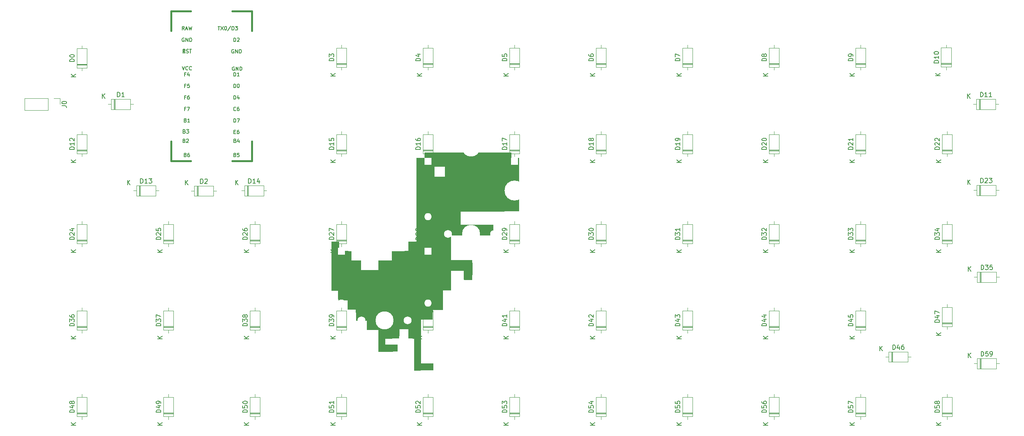
<source format=gto>
G04 #@! TF.GenerationSoftware,KiCad,Pcbnew,(6.0.11)*
G04 #@! TF.CreationDate,2023-02-25T12:55:01+01:00*
G04 #@! TF.ProjectId,t-rex,742d7265-782e-46b6-9963-61645f706362,rev?*
G04 #@! TF.SameCoordinates,Original*
G04 #@! TF.FileFunction,Legend,Top*
G04 #@! TF.FilePolarity,Positive*
%FSLAX46Y46*%
G04 Gerber Fmt 4.6, Leading zero omitted, Abs format (unit mm)*
G04 Created by KiCad (PCBNEW (6.0.11)) date 2023-02-25 12:55:01*
%MOMM*%
%LPD*%
G01*
G04 APERTURE LIST*
%ADD10C,0.150000*%
%ADD11C,0.300000*%
%ADD12C,0.120000*%
%ADD13C,0.381000*%
%ADD14R,1.752600X1.752600*%
%ADD15C,1.752600*%
%ADD16R,1.600000X1.600000*%
%ADD17O,1.600000X1.600000*%
%ADD18C,1.750000*%
%ADD19C,3.987800*%
%ADD20R,1.700000X1.700000*%
%ADD21O,1.700000X1.700000*%
%ADD22C,4.400000*%
%ADD23C,1.800000*%
G04 APERTURE END LIST*
D10*
X60221904Y-41194880D02*
X60221904Y-40194880D01*
X60460000Y-40194880D01*
X60602857Y-40242500D01*
X60698095Y-40337738D01*
X60745714Y-40432976D01*
X60793333Y-40623452D01*
X60793333Y-40766309D01*
X60745714Y-40956785D01*
X60698095Y-41052023D01*
X60602857Y-41147261D01*
X60460000Y-41194880D01*
X60221904Y-41194880D01*
X61745714Y-41194880D02*
X61174285Y-41194880D01*
X61460000Y-41194880D02*
X61460000Y-40194880D01*
X61364761Y-40337738D01*
X61269523Y-40432976D01*
X61174285Y-40480595D01*
X56888095Y-41514880D02*
X56888095Y-40514880D01*
X57459523Y-41514880D02*
X57030952Y-40943452D01*
X57459523Y-40514880D02*
X56888095Y-41086309D01*
D11*
X125022428Y-76708000D02*
X124877285Y-76635428D01*
X124659571Y-76635428D01*
X124441857Y-76708000D01*
X124296714Y-76853142D01*
X124224142Y-76998285D01*
X124151571Y-77288571D01*
X124151571Y-77506285D01*
X124224142Y-77796571D01*
X124296714Y-77941714D01*
X124441857Y-78086857D01*
X124659571Y-78159428D01*
X124804714Y-78159428D01*
X125022428Y-78086857D01*
X125095000Y-78014285D01*
X125095000Y-77506285D01*
X124804714Y-77506285D01*
X125965857Y-76635428D02*
X125965857Y-76998285D01*
X125603000Y-76853142D02*
X125965857Y-76998285D01*
X126328714Y-76853142D01*
X125748142Y-77288571D02*
X125965857Y-76998285D01*
X126183571Y-77288571D01*
X127127000Y-76635428D02*
X127127000Y-76998285D01*
X126764142Y-76853142D02*
X127127000Y-76998285D01*
X127489857Y-76853142D01*
X126909285Y-77288571D02*
X127127000Y-76998285D01*
X127344714Y-77288571D01*
X128288142Y-76635428D02*
X128288142Y-76998285D01*
X127925285Y-76853142D02*
X128288142Y-76998285D01*
X128651000Y-76853142D01*
X128070428Y-77288571D02*
X128288142Y-76998285D01*
X128505857Y-77288571D01*
D10*
X241029380Y-33726285D02*
X240029380Y-33726285D01*
X240029380Y-33488190D01*
X240077000Y-33345333D01*
X240172238Y-33250095D01*
X240267476Y-33202476D01*
X240457952Y-33154857D01*
X240600809Y-33154857D01*
X240791285Y-33202476D01*
X240886523Y-33250095D01*
X240981761Y-33345333D01*
X241029380Y-33488190D01*
X241029380Y-33726285D01*
X241029380Y-32202476D02*
X241029380Y-32773904D01*
X241029380Y-32488190D02*
X240029380Y-32488190D01*
X240172238Y-32583428D01*
X240267476Y-32678666D01*
X240315095Y-32773904D01*
X240029380Y-31583428D02*
X240029380Y-31488190D01*
X240077000Y-31392952D01*
X240124619Y-31345333D01*
X240219857Y-31297714D01*
X240410333Y-31250095D01*
X240648428Y-31250095D01*
X240838904Y-31297714D01*
X240934142Y-31345333D01*
X240981761Y-31392952D01*
X241029380Y-31488190D01*
X241029380Y-31583428D01*
X240981761Y-31678666D01*
X240934142Y-31726285D01*
X240838904Y-31773904D01*
X240648428Y-31821523D01*
X240410333Y-31821523D01*
X240219857Y-31773904D01*
X240124619Y-31726285D01*
X240077000Y-31678666D01*
X240029380Y-31583428D01*
X241349380Y-36583904D02*
X240349380Y-36583904D01*
X241349380Y-36012476D02*
X240777952Y-36441047D01*
X240349380Y-36012476D02*
X240920809Y-36583904D01*
X47978630Y-43195833D02*
X48692916Y-43195833D01*
X48835773Y-43243452D01*
X48931011Y-43338690D01*
X48978630Y-43481547D01*
X48978630Y-43576785D01*
X47978630Y-42529166D02*
X47978630Y-42433928D01*
X48026250Y-42338690D01*
X48073869Y-42291071D01*
X48169107Y-42243452D01*
X48359583Y-42195833D01*
X48597678Y-42195833D01*
X48788154Y-42243452D01*
X48883392Y-42291071D01*
X48931011Y-42338690D01*
X48978630Y-42433928D01*
X48978630Y-42529166D01*
X48931011Y-42624404D01*
X48883392Y-42672023D01*
X48788154Y-42719642D01*
X48597678Y-42767261D01*
X48359583Y-42767261D01*
X48169107Y-42719642D01*
X48073869Y-42672023D01*
X48026250Y-42624404D01*
X47978630Y-42529166D01*
X241219880Y-72651785D02*
X240219880Y-72651785D01*
X240219880Y-72413690D01*
X240267500Y-72270833D01*
X240362738Y-72175595D01*
X240457976Y-72127976D01*
X240648452Y-72080357D01*
X240791309Y-72080357D01*
X240981785Y-72127976D01*
X241077023Y-72175595D01*
X241172261Y-72270833D01*
X241219880Y-72413690D01*
X241219880Y-72651785D01*
X240219880Y-71747023D02*
X240219880Y-71127976D01*
X240600833Y-71461309D01*
X240600833Y-71318452D01*
X240648452Y-71223214D01*
X240696071Y-71175595D01*
X240791309Y-71127976D01*
X241029404Y-71127976D01*
X241124642Y-71175595D01*
X241172261Y-71223214D01*
X241219880Y-71318452D01*
X241219880Y-71604166D01*
X241172261Y-71699404D01*
X241124642Y-71747023D01*
X240553214Y-70270833D02*
X241219880Y-70270833D01*
X240172261Y-70508928D02*
X240886547Y-70747023D01*
X240886547Y-70127976D01*
X241539880Y-75509404D02*
X240539880Y-75509404D01*
X241539880Y-74937976D02*
X240968452Y-75366547D01*
X240539880Y-74937976D02*
X241111309Y-75509404D01*
X203119880Y-72651785D02*
X202119880Y-72651785D01*
X202119880Y-72413690D01*
X202167500Y-72270833D01*
X202262738Y-72175595D01*
X202357976Y-72127976D01*
X202548452Y-72080357D01*
X202691309Y-72080357D01*
X202881785Y-72127976D01*
X202977023Y-72175595D01*
X203072261Y-72270833D01*
X203119880Y-72413690D01*
X203119880Y-72651785D01*
X202119880Y-71747023D02*
X202119880Y-71127976D01*
X202500833Y-71461309D01*
X202500833Y-71318452D01*
X202548452Y-71223214D01*
X202596071Y-71175595D01*
X202691309Y-71127976D01*
X202929404Y-71127976D01*
X203024642Y-71175595D01*
X203072261Y-71223214D01*
X203119880Y-71318452D01*
X203119880Y-71604166D01*
X203072261Y-71699404D01*
X203024642Y-71747023D01*
X202215119Y-70747023D02*
X202167500Y-70699404D01*
X202119880Y-70604166D01*
X202119880Y-70366071D01*
X202167500Y-70270833D01*
X202215119Y-70223214D01*
X202310357Y-70175595D01*
X202405595Y-70175595D01*
X202548452Y-70223214D01*
X203119880Y-70794642D01*
X203119880Y-70175595D01*
X203439880Y-75509404D02*
X202439880Y-75509404D01*
X203439880Y-74937976D02*
X202868452Y-75366547D01*
X202439880Y-74937976D02*
X203011309Y-75509404D01*
X241219880Y-110751785D02*
X240219880Y-110751785D01*
X240219880Y-110513690D01*
X240267500Y-110370833D01*
X240362738Y-110275595D01*
X240457976Y-110227976D01*
X240648452Y-110180357D01*
X240791309Y-110180357D01*
X240981785Y-110227976D01*
X241077023Y-110275595D01*
X241172261Y-110370833D01*
X241219880Y-110513690D01*
X241219880Y-110751785D01*
X240219880Y-109275595D02*
X240219880Y-109751785D01*
X240696071Y-109799404D01*
X240648452Y-109751785D01*
X240600833Y-109656547D01*
X240600833Y-109418452D01*
X240648452Y-109323214D01*
X240696071Y-109275595D01*
X240791309Y-109227976D01*
X241029404Y-109227976D01*
X241124642Y-109275595D01*
X241172261Y-109323214D01*
X241219880Y-109418452D01*
X241219880Y-109656547D01*
X241172261Y-109751785D01*
X241124642Y-109799404D01*
X240648452Y-108656547D02*
X240600833Y-108751785D01*
X240553214Y-108799404D01*
X240457976Y-108847023D01*
X240410357Y-108847023D01*
X240315119Y-108799404D01*
X240267500Y-108751785D01*
X240219880Y-108656547D01*
X240219880Y-108466071D01*
X240267500Y-108370833D01*
X240315119Y-108323214D01*
X240410357Y-108275595D01*
X240457976Y-108275595D01*
X240553214Y-108323214D01*
X240600833Y-108370833D01*
X240648452Y-108466071D01*
X240648452Y-108656547D01*
X240696071Y-108751785D01*
X240743690Y-108799404D01*
X240838928Y-108847023D01*
X241029404Y-108847023D01*
X241124642Y-108799404D01*
X241172261Y-108751785D01*
X241219880Y-108656547D01*
X241219880Y-108466071D01*
X241172261Y-108370833D01*
X241124642Y-108323214D01*
X241029404Y-108275595D01*
X240838928Y-108275595D01*
X240743690Y-108323214D01*
X240696071Y-108370833D01*
X240648452Y-108466071D01*
X241539880Y-113609404D02*
X240539880Y-113609404D01*
X241539880Y-113037976D02*
X240968452Y-113466547D01*
X240539880Y-113037976D02*
X241111309Y-113609404D01*
X107869880Y-52808035D02*
X106869880Y-52808035D01*
X106869880Y-52569940D01*
X106917500Y-52427083D01*
X107012738Y-52331845D01*
X107107976Y-52284226D01*
X107298452Y-52236607D01*
X107441309Y-52236607D01*
X107631785Y-52284226D01*
X107727023Y-52331845D01*
X107822261Y-52427083D01*
X107869880Y-52569940D01*
X107869880Y-52808035D01*
X107869880Y-51284226D02*
X107869880Y-51855654D01*
X107869880Y-51569940D02*
X106869880Y-51569940D01*
X107012738Y-51665178D01*
X107107976Y-51760416D01*
X107155595Y-51855654D01*
X106869880Y-50379464D02*
X106869880Y-50855654D01*
X107346071Y-50903273D01*
X107298452Y-50855654D01*
X107250833Y-50760416D01*
X107250833Y-50522321D01*
X107298452Y-50427083D01*
X107346071Y-50379464D01*
X107441309Y-50331845D01*
X107679404Y-50331845D01*
X107774642Y-50379464D01*
X107822261Y-50427083D01*
X107869880Y-50522321D01*
X107869880Y-50760416D01*
X107822261Y-50855654D01*
X107774642Y-50903273D01*
X108189880Y-55665654D02*
X107189880Y-55665654D01*
X108189880Y-55094226D02*
X107618452Y-55522797D01*
X107189880Y-55094226D02*
X107761309Y-55665654D01*
X165019880Y-91701785D02*
X164019880Y-91701785D01*
X164019880Y-91463690D01*
X164067500Y-91320833D01*
X164162738Y-91225595D01*
X164257976Y-91177976D01*
X164448452Y-91130357D01*
X164591309Y-91130357D01*
X164781785Y-91177976D01*
X164877023Y-91225595D01*
X164972261Y-91320833D01*
X165019880Y-91463690D01*
X165019880Y-91701785D01*
X164353214Y-90273214D02*
X165019880Y-90273214D01*
X163972261Y-90511309D02*
X164686547Y-90749404D01*
X164686547Y-90130357D01*
X164115119Y-89797023D02*
X164067500Y-89749404D01*
X164019880Y-89654166D01*
X164019880Y-89416071D01*
X164067500Y-89320833D01*
X164115119Y-89273214D01*
X164210357Y-89225595D01*
X164305595Y-89225595D01*
X164448452Y-89273214D01*
X165019880Y-89844642D01*
X165019880Y-89225595D01*
X165339880Y-94559404D02*
X164339880Y-94559404D01*
X165339880Y-93987976D02*
X164768452Y-94416547D01*
X164339880Y-93987976D02*
X164911309Y-94559404D01*
X145969880Y-91701785D02*
X144969880Y-91701785D01*
X144969880Y-91463690D01*
X145017500Y-91320833D01*
X145112738Y-91225595D01*
X145207976Y-91177976D01*
X145398452Y-91130357D01*
X145541309Y-91130357D01*
X145731785Y-91177976D01*
X145827023Y-91225595D01*
X145922261Y-91320833D01*
X145969880Y-91463690D01*
X145969880Y-91701785D01*
X145303214Y-90273214D02*
X145969880Y-90273214D01*
X144922261Y-90511309D02*
X145636547Y-90749404D01*
X145636547Y-90130357D01*
X145969880Y-89225595D02*
X145969880Y-89797023D01*
X145969880Y-89511309D02*
X144969880Y-89511309D01*
X145112738Y-89606547D01*
X145207976Y-89701785D01*
X145255595Y-89797023D01*
X146289880Y-94559404D02*
X145289880Y-94559404D01*
X146289880Y-93987976D02*
X145718452Y-94416547D01*
X145289880Y-93987976D02*
X145861309Y-94559404D01*
X107869880Y-33281845D02*
X106869880Y-33281845D01*
X106869880Y-33043750D01*
X106917500Y-32900892D01*
X107012738Y-32805654D01*
X107107976Y-32758035D01*
X107298452Y-32710416D01*
X107441309Y-32710416D01*
X107631785Y-32758035D01*
X107727023Y-32805654D01*
X107822261Y-32900892D01*
X107869880Y-33043750D01*
X107869880Y-33281845D01*
X106869880Y-32377083D02*
X106869880Y-31758035D01*
X107250833Y-32091369D01*
X107250833Y-31948511D01*
X107298452Y-31853273D01*
X107346071Y-31805654D01*
X107441309Y-31758035D01*
X107679404Y-31758035D01*
X107774642Y-31805654D01*
X107822261Y-31853273D01*
X107869880Y-31948511D01*
X107869880Y-32234226D01*
X107822261Y-32329464D01*
X107774642Y-32377083D01*
X108189880Y-36615654D02*
X107189880Y-36615654D01*
X108189880Y-36044226D02*
X107618452Y-36472797D01*
X107189880Y-36044226D02*
X107761309Y-36615654D01*
X126919880Y-91701785D02*
X125919880Y-91701785D01*
X125919880Y-91463690D01*
X125967500Y-91320833D01*
X126062738Y-91225595D01*
X126157976Y-91177976D01*
X126348452Y-91130357D01*
X126491309Y-91130357D01*
X126681785Y-91177976D01*
X126777023Y-91225595D01*
X126872261Y-91320833D01*
X126919880Y-91463690D01*
X126919880Y-91701785D01*
X126253214Y-90273214D02*
X126919880Y-90273214D01*
X125872261Y-90511309D02*
X126586547Y-90749404D01*
X126586547Y-90130357D01*
X125919880Y-89558928D02*
X125919880Y-89463690D01*
X125967500Y-89368452D01*
X126015119Y-89320833D01*
X126110357Y-89273214D01*
X126300833Y-89225595D01*
X126538928Y-89225595D01*
X126729404Y-89273214D01*
X126824642Y-89320833D01*
X126872261Y-89368452D01*
X126919880Y-89463690D01*
X126919880Y-89558928D01*
X126872261Y-89654166D01*
X126824642Y-89701785D01*
X126729404Y-89749404D01*
X126538928Y-89797023D01*
X126300833Y-89797023D01*
X126110357Y-89749404D01*
X126015119Y-89701785D01*
X125967500Y-89654166D01*
X125919880Y-89558928D01*
X127239880Y-94559404D02*
X126239880Y-94559404D01*
X127239880Y-93987976D02*
X126668452Y-94416547D01*
X126239880Y-93987976D02*
X126811309Y-94559404D01*
X126919880Y-110751785D02*
X125919880Y-110751785D01*
X125919880Y-110513690D01*
X125967500Y-110370833D01*
X126062738Y-110275595D01*
X126157976Y-110227976D01*
X126348452Y-110180357D01*
X126491309Y-110180357D01*
X126681785Y-110227976D01*
X126777023Y-110275595D01*
X126872261Y-110370833D01*
X126919880Y-110513690D01*
X126919880Y-110751785D01*
X125919880Y-109275595D02*
X125919880Y-109751785D01*
X126396071Y-109799404D01*
X126348452Y-109751785D01*
X126300833Y-109656547D01*
X126300833Y-109418452D01*
X126348452Y-109323214D01*
X126396071Y-109275595D01*
X126491309Y-109227976D01*
X126729404Y-109227976D01*
X126824642Y-109275595D01*
X126872261Y-109323214D01*
X126919880Y-109418452D01*
X126919880Y-109656547D01*
X126872261Y-109751785D01*
X126824642Y-109799404D01*
X126015119Y-108847023D02*
X125967500Y-108799404D01*
X125919880Y-108704166D01*
X125919880Y-108466071D01*
X125967500Y-108370833D01*
X126015119Y-108323214D01*
X126110357Y-108275595D01*
X126205595Y-108275595D01*
X126348452Y-108323214D01*
X126919880Y-108894642D01*
X126919880Y-108275595D01*
X127239880Y-113609404D02*
X126239880Y-113609404D01*
X127239880Y-113037976D02*
X126668452Y-113466547D01*
X126239880Y-113037976D02*
X126811309Y-113609404D01*
X184069880Y-110751785D02*
X183069880Y-110751785D01*
X183069880Y-110513690D01*
X183117500Y-110370833D01*
X183212738Y-110275595D01*
X183307976Y-110227976D01*
X183498452Y-110180357D01*
X183641309Y-110180357D01*
X183831785Y-110227976D01*
X183927023Y-110275595D01*
X184022261Y-110370833D01*
X184069880Y-110513690D01*
X184069880Y-110751785D01*
X183069880Y-109275595D02*
X183069880Y-109751785D01*
X183546071Y-109799404D01*
X183498452Y-109751785D01*
X183450833Y-109656547D01*
X183450833Y-109418452D01*
X183498452Y-109323214D01*
X183546071Y-109275595D01*
X183641309Y-109227976D01*
X183879404Y-109227976D01*
X183974642Y-109275595D01*
X184022261Y-109323214D01*
X184069880Y-109418452D01*
X184069880Y-109656547D01*
X184022261Y-109751785D01*
X183974642Y-109799404D01*
X183069880Y-108323214D02*
X183069880Y-108799404D01*
X183546071Y-108847023D01*
X183498452Y-108799404D01*
X183450833Y-108704166D01*
X183450833Y-108466071D01*
X183498452Y-108370833D01*
X183546071Y-108323214D01*
X183641309Y-108275595D01*
X183879404Y-108275595D01*
X183974642Y-108323214D01*
X184022261Y-108370833D01*
X184069880Y-108466071D01*
X184069880Y-108704166D01*
X184022261Y-108799404D01*
X183974642Y-108847023D01*
X184389880Y-113609404D02*
X183389880Y-113609404D01*
X184389880Y-113037976D02*
X183818452Y-113466547D01*
X183389880Y-113037976D02*
X183961309Y-113609404D01*
X222169880Y-33281845D02*
X221169880Y-33281845D01*
X221169880Y-33043750D01*
X221217500Y-32900892D01*
X221312738Y-32805654D01*
X221407976Y-32758035D01*
X221598452Y-32710416D01*
X221741309Y-32710416D01*
X221931785Y-32758035D01*
X222027023Y-32805654D01*
X222122261Y-32900892D01*
X222169880Y-33043750D01*
X222169880Y-33281845D01*
X222169880Y-32234226D02*
X222169880Y-32043750D01*
X222122261Y-31948511D01*
X222074642Y-31900892D01*
X221931785Y-31805654D01*
X221741309Y-31758035D01*
X221360357Y-31758035D01*
X221265119Y-31805654D01*
X221217500Y-31853273D01*
X221169880Y-31948511D01*
X221169880Y-32138988D01*
X221217500Y-32234226D01*
X221265119Y-32281845D01*
X221360357Y-32329464D01*
X221598452Y-32329464D01*
X221693690Y-32281845D01*
X221741309Y-32234226D01*
X221788928Y-32138988D01*
X221788928Y-31948511D01*
X221741309Y-31853273D01*
X221693690Y-31805654D01*
X221598452Y-31758035D01*
X222489880Y-36615654D02*
X221489880Y-36615654D01*
X222489880Y-36044226D02*
X221918452Y-36472797D01*
X221489880Y-36044226D02*
X222061309Y-36615654D01*
X250404464Y-98344880D02*
X250404464Y-97344880D01*
X250642559Y-97344880D01*
X250785416Y-97392500D01*
X250880654Y-97487738D01*
X250928273Y-97582976D01*
X250975892Y-97773452D01*
X250975892Y-97916309D01*
X250928273Y-98106785D01*
X250880654Y-98202023D01*
X250785416Y-98297261D01*
X250642559Y-98344880D01*
X250404464Y-98344880D01*
X251880654Y-97344880D02*
X251404464Y-97344880D01*
X251356845Y-97821071D01*
X251404464Y-97773452D01*
X251499702Y-97725833D01*
X251737797Y-97725833D01*
X251833035Y-97773452D01*
X251880654Y-97821071D01*
X251928273Y-97916309D01*
X251928273Y-98154404D01*
X251880654Y-98249642D01*
X251833035Y-98297261D01*
X251737797Y-98344880D01*
X251499702Y-98344880D01*
X251404464Y-98297261D01*
X251356845Y-98249642D01*
X252404464Y-98344880D02*
X252594940Y-98344880D01*
X252690178Y-98297261D01*
X252737797Y-98249642D01*
X252833035Y-98106785D01*
X252880654Y-97916309D01*
X252880654Y-97535357D01*
X252833035Y-97440119D01*
X252785416Y-97392500D01*
X252690178Y-97344880D01*
X252499702Y-97344880D01*
X252404464Y-97392500D01*
X252356845Y-97440119D01*
X252309226Y-97535357D01*
X252309226Y-97773452D01*
X252356845Y-97868690D01*
X252404464Y-97916309D01*
X252499702Y-97963928D01*
X252690178Y-97963928D01*
X252785416Y-97916309D01*
X252833035Y-97868690D01*
X252880654Y-97773452D01*
X247546845Y-98664880D02*
X247546845Y-97664880D01*
X248118273Y-98664880D02*
X247689702Y-98093452D01*
X248118273Y-97664880D02*
X247546845Y-98236309D01*
X69769880Y-110751785D02*
X68769880Y-110751785D01*
X68769880Y-110513690D01*
X68817500Y-110370833D01*
X68912738Y-110275595D01*
X69007976Y-110227976D01*
X69198452Y-110180357D01*
X69341309Y-110180357D01*
X69531785Y-110227976D01*
X69627023Y-110275595D01*
X69722261Y-110370833D01*
X69769880Y-110513690D01*
X69769880Y-110751785D01*
X69103214Y-109323214D02*
X69769880Y-109323214D01*
X68722261Y-109561309D02*
X69436547Y-109799404D01*
X69436547Y-109180357D01*
X69769880Y-108751785D02*
X69769880Y-108561309D01*
X69722261Y-108466071D01*
X69674642Y-108418452D01*
X69531785Y-108323214D01*
X69341309Y-108275595D01*
X68960357Y-108275595D01*
X68865119Y-108323214D01*
X68817500Y-108370833D01*
X68769880Y-108466071D01*
X68769880Y-108656547D01*
X68817500Y-108751785D01*
X68865119Y-108799404D01*
X68960357Y-108847023D01*
X69198452Y-108847023D01*
X69293690Y-108799404D01*
X69341309Y-108751785D01*
X69388928Y-108656547D01*
X69388928Y-108466071D01*
X69341309Y-108370833D01*
X69293690Y-108323214D01*
X69198452Y-108275595D01*
X70089880Y-113609404D02*
X69089880Y-113609404D01*
X70089880Y-113037976D02*
X69518452Y-113466547D01*
X69089880Y-113037976D02*
X69661309Y-113609404D01*
X203119880Y-91701785D02*
X202119880Y-91701785D01*
X202119880Y-91463690D01*
X202167500Y-91320833D01*
X202262738Y-91225595D01*
X202357976Y-91177976D01*
X202548452Y-91130357D01*
X202691309Y-91130357D01*
X202881785Y-91177976D01*
X202977023Y-91225595D01*
X203072261Y-91320833D01*
X203119880Y-91463690D01*
X203119880Y-91701785D01*
X202453214Y-90273214D02*
X203119880Y-90273214D01*
X202072261Y-90511309D02*
X202786547Y-90749404D01*
X202786547Y-90130357D01*
X202453214Y-89320833D02*
X203119880Y-89320833D01*
X202072261Y-89558928D02*
X202786547Y-89797023D01*
X202786547Y-89177976D01*
X203439880Y-94559404D02*
X202439880Y-94559404D01*
X203439880Y-93987976D02*
X202868452Y-94416547D01*
X202439880Y-93987976D02*
X203011309Y-94559404D01*
X69769880Y-91701785D02*
X68769880Y-91701785D01*
X68769880Y-91463690D01*
X68817500Y-91320833D01*
X68912738Y-91225595D01*
X69007976Y-91177976D01*
X69198452Y-91130357D01*
X69341309Y-91130357D01*
X69531785Y-91177976D01*
X69627023Y-91225595D01*
X69722261Y-91320833D01*
X69769880Y-91463690D01*
X69769880Y-91701785D01*
X68769880Y-90797023D02*
X68769880Y-90177976D01*
X69150833Y-90511309D01*
X69150833Y-90368452D01*
X69198452Y-90273214D01*
X69246071Y-90225595D01*
X69341309Y-90177976D01*
X69579404Y-90177976D01*
X69674642Y-90225595D01*
X69722261Y-90273214D01*
X69769880Y-90368452D01*
X69769880Y-90654166D01*
X69722261Y-90749404D01*
X69674642Y-90797023D01*
X68769880Y-89844642D02*
X68769880Y-89177976D01*
X69769880Y-89606547D01*
X70089880Y-94559404D02*
X69089880Y-94559404D01*
X70089880Y-93987976D02*
X69518452Y-94416547D01*
X69089880Y-93987976D02*
X69661309Y-94559404D01*
X184069880Y-72651785D02*
X183069880Y-72651785D01*
X183069880Y-72413690D01*
X183117500Y-72270833D01*
X183212738Y-72175595D01*
X183307976Y-72127976D01*
X183498452Y-72080357D01*
X183641309Y-72080357D01*
X183831785Y-72127976D01*
X183927023Y-72175595D01*
X184022261Y-72270833D01*
X184069880Y-72413690D01*
X184069880Y-72651785D01*
X183069880Y-71747023D02*
X183069880Y-71127976D01*
X183450833Y-71461309D01*
X183450833Y-71318452D01*
X183498452Y-71223214D01*
X183546071Y-71175595D01*
X183641309Y-71127976D01*
X183879404Y-71127976D01*
X183974642Y-71175595D01*
X184022261Y-71223214D01*
X184069880Y-71318452D01*
X184069880Y-71604166D01*
X184022261Y-71699404D01*
X183974642Y-71747023D01*
X184069880Y-70175595D02*
X184069880Y-70747023D01*
X184069880Y-70461309D02*
X183069880Y-70461309D01*
X183212738Y-70556547D01*
X183307976Y-70651785D01*
X183355595Y-70747023D01*
X184389880Y-75509404D02*
X183389880Y-75509404D01*
X184389880Y-74937976D02*
X183818452Y-75366547D01*
X183389880Y-74937976D02*
X183961309Y-75509404D01*
X145969880Y-33281845D02*
X144969880Y-33281845D01*
X144969880Y-33043750D01*
X145017500Y-32900892D01*
X145112738Y-32805654D01*
X145207976Y-32758035D01*
X145398452Y-32710416D01*
X145541309Y-32710416D01*
X145731785Y-32758035D01*
X145827023Y-32805654D01*
X145922261Y-32900892D01*
X145969880Y-33043750D01*
X145969880Y-33281845D01*
X144969880Y-31805654D02*
X144969880Y-32281845D01*
X145446071Y-32329464D01*
X145398452Y-32281845D01*
X145350833Y-32186607D01*
X145350833Y-31948511D01*
X145398452Y-31853273D01*
X145446071Y-31805654D01*
X145541309Y-31758035D01*
X145779404Y-31758035D01*
X145874642Y-31805654D01*
X145922261Y-31853273D01*
X145969880Y-31948511D01*
X145969880Y-32186607D01*
X145922261Y-32281845D01*
X145874642Y-32329464D01*
X146289880Y-36615654D02*
X145289880Y-36615654D01*
X146289880Y-36044226D02*
X145718452Y-36472797D01*
X145289880Y-36044226D02*
X145861309Y-36615654D01*
X203119880Y-33281845D02*
X202119880Y-33281845D01*
X202119880Y-33043750D01*
X202167500Y-32900892D01*
X202262738Y-32805654D01*
X202357976Y-32758035D01*
X202548452Y-32710416D01*
X202691309Y-32710416D01*
X202881785Y-32758035D01*
X202977023Y-32805654D01*
X203072261Y-32900892D01*
X203119880Y-33043750D01*
X203119880Y-33281845D01*
X202548452Y-32138988D02*
X202500833Y-32234226D01*
X202453214Y-32281845D01*
X202357976Y-32329464D01*
X202310357Y-32329464D01*
X202215119Y-32281845D01*
X202167500Y-32234226D01*
X202119880Y-32138988D01*
X202119880Y-31948511D01*
X202167500Y-31853273D01*
X202215119Y-31805654D01*
X202310357Y-31758035D01*
X202357976Y-31758035D01*
X202453214Y-31805654D01*
X202500833Y-31853273D01*
X202548452Y-31948511D01*
X202548452Y-32138988D01*
X202596071Y-32234226D01*
X202643690Y-32281845D01*
X202738928Y-32329464D01*
X202929404Y-32329464D01*
X203024642Y-32281845D01*
X203072261Y-32234226D01*
X203119880Y-32138988D01*
X203119880Y-31948511D01*
X203072261Y-31853273D01*
X203024642Y-31805654D01*
X202929404Y-31758035D01*
X202738928Y-31758035D01*
X202643690Y-31805654D01*
X202596071Y-31853273D01*
X202548452Y-31948511D01*
X203439880Y-36615654D02*
X202439880Y-36615654D01*
X203439880Y-36044226D02*
X202868452Y-36472797D01*
X202439880Y-36044226D02*
X203011309Y-36615654D01*
X65301964Y-60244880D02*
X65301964Y-59244880D01*
X65540059Y-59244880D01*
X65682916Y-59292500D01*
X65778154Y-59387738D01*
X65825773Y-59482976D01*
X65873392Y-59673452D01*
X65873392Y-59816309D01*
X65825773Y-60006785D01*
X65778154Y-60102023D01*
X65682916Y-60197261D01*
X65540059Y-60244880D01*
X65301964Y-60244880D01*
X66825773Y-60244880D02*
X66254345Y-60244880D01*
X66540059Y-60244880D02*
X66540059Y-59244880D01*
X66444821Y-59387738D01*
X66349583Y-59482976D01*
X66254345Y-59530595D01*
X67159107Y-59244880D02*
X67778154Y-59244880D01*
X67444821Y-59625833D01*
X67587678Y-59625833D01*
X67682916Y-59673452D01*
X67730535Y-59721071D01*
X67778154Y-59816309D01*
X67778154Y-60054404D01*
X67730535Y-60149642D01*
X67682916Y-60197261D01*
X67587678Y-60244880D01*
X67301964Y-60244880D01*
X67206726Y-60197261D01*
X67159107Y-60149642D01*
X62444345Y-60564880D02*
X62444345Y-59564880D01*
X63015773Y-60564880D02*
X62587202Y-59993452D01*
X63015773Y-59564880D02*
X62444345Y-60136309D01*
X230941714Y-96884380D02*
X230941714Y-95884380D01*
X231179809Y-95884380D01*
X231322666Y-95932000D01*
X231417904Y-96027238D01*
X231465523Y-96122476D01*
X231513142Y-96312952D01*
X231513142Y-96455809D01*
X231465523Y-96646285D01*
X231417904Y-96741523D01*
X231322666Y-96836761D01*
X231179809Y-96884380D01*
X230941714Y-96884380D01*
X232370285Y-96217714D02*
X232370285Y-96884380D01*
X232132190Y-95836761D02*
X231894095Y-96551047D01*
X232513142Y-96551047D01*
X233322666Y-95884380D02*
X233132190Y-95884380D01*
X233036952Y-95932000D01*
X232989333Y-95979619D01*
X232894095Y-96122476D01*
X232846476Y-96312952D01*
X232846476Y-96693904D01*
X232894095Y-96789142D01*
X232941714Y-96836761D01*
X233036952Y-96884380D01*
X233227428Y-96884380D01*
X233322666Y-96836761D01*
X233370285Y-96789142D01*
X233417904Y-96693904D01*
X233417904Y-96455809D01*
X233370285Y-96360571D01*
X233322666Y-96312952D01*
X233227428Y-96265333D01*
X233036952Y-96265333D01*
X232941714Y-96312952D01*
X232894095Y-96360571D01*
X232846476Y-96455809D01*
X228084095Y-97204380D02*
X228084095Y-96204380D01*
X228655523Y-97204380D02*
X228226952Y-96632952D01*
X228655523Y-96204380D02*
X228084095Y-96775809D01*
X50719880Y-72651785D02*
X49719880Y-72651785D01*
X49719880Y-72413690D01*
X49767500Y-72270833D01*
X49862738Y-72175595D01*
X49957976Y-72127976D01*
X50148452Y-72080357D01*
X50291309Y-72080357D01*
X50481785Y-72127976D01*
X50577023Y-72175595D01*
X50672261Y-72270833D01*
X50719880Y-72413690D01*
X50719880Y-72651785D01*
X49815119Y-71699404D02*
X49767500Y-71651785D01*
X49719880Y-71556547D01*
X49719880Y-71318452D01*
X49767500Y-71223214D01*
X49815119Y-71175595D01*
X49910357Y-71127976D01*
X50005595Y-71127976D01*
X50148452Y-71175595D01*
X50719880Y-71747023D01*
X50719880Y-71127976D01*
X50053214Y-70270833D02*
X50719880Y-70270833D01*
X49672261Y-70508928D02*
X50386547Y-70747023D01*
X50386547Y-70127976D01*
X51039880Y-75509404D02*
X50039880Y-75509404D01*
X51039880Y-74937976D02*
X50468452Y-75366547D01*
X50039880Y-74937976D02*
X50611309Y-75509404D01*
X222169880Y-91701785D02*
X221169880Y-91701785D01*
X221169880Y-91463690D01*
X221217500Y-91320833D01*
X221312738Y-91225595D01*
X221407976Y-91177976D01*
X221598452Y-91130357D01*
X221741309Y-91130357D01*
X221931785Y-91177976D01*
X222027023Y-91225595D01*
X222122261Y-91320833D01*
X222169880Y-91463690D01*
X222169880Y-91701785D01*
X221503214Y-90273214D02*
X222169880Y-90273214D01*
X221122261Y-90511309D02*
X221836547Y-90749404D01*
X221836547Y-90130357D01*
X221169880Y-89273214D02*
X221169880Y-89749404D01*
X221646071Y-89797023D01*
X221598452Y-89749404D01*
X221550833Y-89654166D01*
X221550833Y-89416071D01*
X221598452Y-89320833D01*
X221646071Y-89273214D01*
X221741309Y-89225595D01*
X221979404Y-89225595D01*
X222074642Y-89273214D01*
X222122261Y-89320833D01*
X222169880Y-89416071D01*
X222169880Y-89654166D01*
X222122261Y-89749404D01*
X222074642Y-89797023D01*
X222489880Y-94559404D02*
X221489880Y-94559404D01*
X222489880Y-93987976D02*
X221918452Y-94416547D01*
X221489880Y-93987976D02*
X222061309Y-94559404D01*
X250296514Y-60155980D02*
X250296514Y-59155980D01*
X250534609Y-59155980D01*
X250677466Y-59203600D01*
X250772704Y-59298838D01*
X250820323Y-59394076D01*
X250867942Y-59584552D01*
X250867942Y-59727409D01*
X250820323Y-59917885D01*
X250772704Y-60013123D01*
X250677466Y-60108361D01*
X250534609Y-60155980D01*
X250296514Y-60155980D01*
X251248895Y-59251219D02*
X251296514Y-59203600D01*
X251391752Y-59155980D01*
X251629847Y-59155980D01*
X251725085Y-59203600D01*
X251772704Y-59251219D01*
X251820323Y-59346457D01*
X251820323Y-59441695D01*
X251772704Y-59584552D01*
X251201276Y-60155980D01*
X251820323Y-60155980D01*
X252153657Y-59155980D02*
X252772704Y-59155980D01*
X252439371Y-59536933D01*
X252582228Y-59536933D01*
X252677466Y-59584552D01*
X252725085Y-59632171D01*
X252772704Y-59727409D01*
X252772704Y-59965504D01*
X252725085Y-60060742D01*
X252677466Y-60108361D01*
X252582228Y-60155980D01*
X252296514Y-60155980D01*
X252201276Y-60108361D01*
X252153657Y-60060742D01*
X247438895Y-60475980D02*
X247438895Y-59475980D01*
X248010323Y-60475980D02*
X247581752Y-59904552D01*
X248010323Y-59475980D02*
X247438895Y-60047409D01*
X126919880Y-33281845D02*
X125919880Y-33281845D01*
X125919880Y-33043750D01*
X125967500Y-32900892D01*
X126062738Y-32805654D01*
X126157976Y-32758035D01*
X126348452Y-32710416D01*
X126491309Y-32710416D01*
X126681785Y-32758035D01*
X126777023Y-32805654D01*
X126872261Y-32900892D01*
X126919880Y-33043750D01*
X126919880Y-33281845D01*
X126253214Y-31853273D02*
X126919880Y-31853273D01*
X125872261Y-32091369D02*
X126586547Y-32329464D01*
X126586547Y-31710416D01*
X127239880Y-36615654D02*
X126239880Y-36615654D01*
X127239880Y-36044226D02*
X126668452Y-36472797D01*
X126239880Y-36044226D02*
X126811309Y-36615654D01*
X107869880Y-110751785D02*
X106869880Y-110751785D01*
X106869880Y-110513690D01*
X106917500Y-110370833D01*
X107012738Y-110275595D01*
X107107976Y-110227976D01*
X107298452Y-110180357D01*
X107441309Y-110180357D01*
X107631785Y-110227976D01*
X107727023Y-110275595D01*
X107822261Y-110370833D01*
X107869880Y-110513690D01*
X107869880Y-110751785D01*
X106869880Y-109275595D02*
X106869880Y-109751785D01*
X107346071Y-109799404D01*
X107298452Y-109751785D01*
X107250833Y-109656547D01*
X107250833Y-109418452D01*
X107298452Y-109323214D01*
X107346071Y-109275595D01*
X107441309Y-109227976D01*
X107679404Y-109227976D01*
X107774642Y-109275595D01*
X107822261Y-109323214D01*
X107869880Y-109418452D01*
X107869880Y-109656547D01*
X107822261Y-109751785D01*
X107774642Y-109799404D01*
X107869880Y-108275595D02*
X107869880Y-108847023D01*
X107869880Y-108561309D02*
X106869880Y-108561309D01*
X107012738Y-108656547D01*
X107107976Y-108751785D01*
X107155595Y-108847023D01*
X108189880Y-113609404D02*
X107189880Y-113609404D01*
X108189880Y-113037976D02*
X107618452Y-113466547D01*
X107189880Y-113037976D02*
X107761309Y-113609404D01*
X222169880Y-52808035D02*
X221169880Y-52808035D01*
X221169880Y-52569940D01*
X221217500Y-52427083D01*
X221312738Y-52331845D01*
X221407976Y-52284226D01*
X221598452Y-52236607D01*
X221741309Y-52236607D01*
X221931785Y-52284226D01*
X222027023Y-52331845D01*
X222122261Y-52427083D01*
X222169880Y-52569940D01*
X222169880Y-52808035D01*
X221265119Y-51855654D02*
X221217500Y-51808035D01*
X221169880Y-51712797D01*
X221169880Y-51474702D01*
X221217500Y-51379464D01*
X221265119Y-51331845D01*
X221360357Y-51284226D01*
X221455595Y-51284226D01*
X221598452Y-51331845D01*
X222169880Y-51903273D01*
X222169880Y-51284226D01*
X222169880Y-50331845D02*
X222169880Y-50903273D01*
X222169880Y-50617559D02*
X221169880Y-50617559D01*
X221312738Y-50712797D01*
X221407976Y-50808035D01*
X221455595Y-50903273D01*
X222489880Y-55665654D02*
X221489880Y-55665654D01*
X222489880Y-55094226D02*
X221918452Y-55522797D01*
X221489880Y-55094226D02*
X222061309Y-55665654D01*
X50719880Y-52808035D02*
X49719880Y-52808035D01*
X49719880Y-52569940D01*
X49767500Y-52427083D01*
X49862738Y-52331845D01*
X49957976Y-52284226D01*
X50148452Y-52236607D01*
X50291309Y-52236607D01*
X50481785Y-52284226D01*
X50577023Y-52331845D01*
X50672261Y-52427083D01*
X50719880Y-52569940D01*
X50719880Y-52808035D01*
X50719880Y-51284226D02*
X50719880Y-51855654D01*
X50719880Y-51569940D02*
X49719880Y-51569940D01*
X49862738Y-51665178D01*
X49957976Y-51760416D01*
X50005595Y-51855654D01*
X49815119Y-50903273D02*
X49767500Y-50855654D01*
X49719880Y-50760416D01*
X49719880Y-50522321D01*
X49767500Y-50427083D01*
X49815119Y-50379464D01*
X49910357Y-50331845D01*
X50005595Y-50331845D01*
X50148452Y-50379464D01*
X50719880Y-50950892D01*
X50719880Y-50331845D01*
X51039880Y-55665654D02*
X50039880Y-55665654D01*
X51039880Y-55094226D02*
X50468452Y-55522797D01*
X50039880Y-55094226D02*
X50611309Y-55665654D01*
X50719880Y-110751785D02*
X49719880Y-110751785D01*
X49719880Y-110513690D01*
X49767500Y-110370833D01*
X49862738Y-110275595D01*
X49957976Y-110227976D01*
X50148452Y-110180357D01*
X50291309Y-110180357D01*
X50481785Y-110227976D01*
X50577023Y-110275595D01*
X50672261Y-110370833D01*
X50719880Y-110513690D01*
X50719880Y-110751785D01*
X50053214Y-109323214D02*
X50719880Y-109323214D01*
X49672261Y-109561309D02*
X50386547Y-109799404D01*
X50386547Y-109180357D01*
X50148452Y-108656547D02*
X50100833Y-108751785D01*
X50053214Y-108799404D01*
X49957976Y-108847023D01*
X49910357Y-108847023D01*
X49815119Y-108799404D01*
X49767500Y-108751785D01*
X49719880Y-108656547D01*
X49719880Y-108466071D01*
X49767500Y-108370833D01*
X49815119Y-108323214D01*
X49910357Y-108275595D01*
X49957976Y-108275595D01*
X50053214Y-108323214D01*
X50100833Y-108370833D01*
X50148452Y-108466071D01*
X50148452Y-108656547D01*
X50196071Y-108751785D01*
X50243690Y-108799404D01*
X50338928Y-108847023D01*
X50529404Y-108847023D01*
X50624642Y-108799404D01*
X50672261Y-108751785D01*
X50719880Y-108656547D01*
X50719880Y-108466071D01*
X50672261Y-108370833D01*
X50624642Y-108323214D01*
X50529404Y-108275595D01*
X50338928Y-108275595D01*
X50243690Y-108323214D01*
X50196071Y-108370833D01*
X50148452Y-108466071D01*
X51039880Y-113609404D02*
X50039880Y-113609404D01*
X51039880Y-113037976D02*
X50468452Y-113466547D01*
X50039880Y-113037976D02*
X50611309Y-113609404D01*
X184069880Y-52808035D02*
X183069880Y-52808035D01*
X183069880Y-52569940D01*
X183117500Y-52427083D01*
X183212738Y-52331845D01*
X183307976Y-52284226D01*
X183498452Y-52236607D01*
X183641309Y-52236607D01*
X183831785Y-52284226D01*
X183927023Y-52331845D01*
X184022261Y-52427083D01*
X184069880Y-52569940D01*
X184069880Y-52808035D01*
X184069880Y-51284226D02*
X184069880Y-51855654D01*
X184069880Y-51569940D02*
X183069880Y-51569940D01*
X183212738Y-51665178D01*
X183307976Y-51760416D01*
X183355595Y-51855654D01*
X184069880Y-50808035D02*
X184069880Y-50617559D01*
X184022261Y-50522321D01*
X183974642Y-50474702D01*
X183831785Y-50379464D01*
X183641309Y-50331845D01*
X183260357Y-50331845D01*
X183165119Y-50379464D01*
X183117500Y-50427083D01*
X183069880Y-50522321D01*
X183069880Y-50712797D01*
X183117500Y-50808035D01*
X183165119Y-50855654D01*
X183260357Y-50903273D01*
X183498452Y-50903273D01*
X183593690Y-50855654D01*
X183641309Y-50808035D01*
X183688928Y-50712797D01*
X183688928Y-50522321D01*
X183641309Y-50427083D01*
X183593690Y-50379464D01*
X183498452Y-50331845D01*
X184389880Y-55665654D02*
X183389880Y-55665654D01*
X184389880Y-55094226D02*
X183818452Y-55522797D01*
X183389880Y-55094226D02*
X183961309Y-55665654D01*
X165019880Y-72651785D02*
X164019880Y-72651785D01*
X164019880Y-72413690D01*
X164067500Y-72270833D01*
X164162738Y-72175595D01*
X164257976Y-72127976D01*
X164448452Y-72080357D01*
X164591309Y-72080357D01*
X164781785Y-72127976D01*
X164877023Y-72175595D01*
X164972261Y-72270833D01*
X165019880Y-72413690D01*
X165019880Y-72651785D01*
X164019880Y-71747023D02*
X164019880Y-71127976D01*
X164400833Y-71461309D01*
X164400833Y-71318452D01*
X164448452Y-71223214D01*
X164496071Y-71175595D01*
X164591309Y-71127976D01*
X164829404Y-71127976D01*
X164924642Y-71175595D01*
X164972261Y-71223214D01*
X165019880Y-71318452D01*
X165019880Y-71604166D01*
X164972261Y-71699404D01*
X164924642Y-71747023D01*
X164019880Y-70508928D02*
X164019880Y-70413690D01*
X164067500Y-70318452D01*
X164115119Y-70270833D01*
X164210357Y-70223214D01*
X164400833Y-70175595D01*
X164638928Y-70175595D01*
X164829404Y-70223214D01*
X164924642Y-70270833D01*
X164972261Y-70318452D01*
X165019880Y-70413690D01*
X165019880Y-70508928D01*
X164972261Y-70604166D01*
X164924642Y-70651785D01*
X164829404Y-70699404D01*
X164638928Y-70747023D01*
X164400833Y-70747023D01*
X164210357Y-70699404D01*
X164115119Y-70651785D01*
X164067500Y-70604166D01*
X164019880Y-70508928D01*
X165339880Y-75509404D02*
X164339880Y-75509404D01*
X165339880Y-74937976D02*
X164768452Y-75366547D01*
X164339880Y-74937976D02*
X164911309Y-75509404D01*
X89082714Y-60244880D02*
X89082714Y-59244880D01*
X89320809Y-59244880D01*
X89463666Y-59292500D01*
X89558904Y-59387738D01*
X89606523Y-59482976D01*
X89654142Y-59673452D01*
X89654142Y-59816309D01*
X89606523Y-60006785D01*
X89558904Y-60102023D01*
X89463666Y-60197261D01*
X89320809Y-60244880D01*
X89082714Y-60244880D01*
X90606523Y-60244880D02*
X90035095Y-60244880D01*
X90320809Y-60244880D02*
X90320809Y-59244880D01*
X90225571Y-59387738D01*
X90130333Y-59482976D01*
X90035095Y-59530595D01*
X91463666Y-59578214D02*
X91463666Y-60244880D01*
X91225571Y-59197261D02*
X90987476Y-59911547D01*
X91606523Y-59911547D01*
X86225095Y-60564880D02*
X86225095Y-59564880D01*
X86796523Y-60564880D02*
X86367952Y-59993452D01*
X86796523Y-59564880D02*
X86225095Y-60136309D01*
X145969880Y-72651785D02*
X144969880Y-72651785D01*
X144969880Y-72413690D01*
X145017500Y-72270833D01*
X145112738Y-72175595D01*
X145207976Y-72127976D01*
X145398452Y-72080357D01*
X145541309Y-72080357D01*
X145731785Y-72127976D01*
X145827023Y-72175595D01*
X145922261Y-72270833D01*
X145969880Y-72413690D01*
X145969880Y-72651785D01*
X145065119Y-71699404D02*
X145017500Y-71651785D01*
X144969880Y-71556547D01*
X144969880Y-71318452D01*
X145017500Y-71223214D01*
X145065119Y-71175595D01*
X145160357Y-71127976D01*
X145255595Y-71127976D01*
X145398452Y-71175595D01*
X145969880Y-71747023D01*
X145969880Y-71127976D01*
X145969880Y-70651785D02*
X145969880Y-70461309D01*
X145922261Y-70366071D01*
X145874642Y-70318452D01*
X145731785Y-70223214D01*
X145541309Y-70175595D01*
X145160357Y-70175595D01*
X145065119Y-70223214D01*
X145017500Y-70270833D01*
X144969880Y-70366071D01*
X144969880Y-70556547D01*
X145017500Y-70651785D01*
X145065119Y-70699404D01*
X145160357Y-70747023D01*
X145398452Y-70747023D01*
X145493690Y-70699404D01*
X145541309Y-70651785D01*
X145588928Y-70556547D01*
X145588928Y-70366071D01*
X145541309Y-70270833D01*
X145493690Y-70223214D01*
X145398452Y-70175595D01*
X146289880Y-75509404D02*
X145289880Y-75509404D01*
X146289880Y-74937976D02*
X145718452Y-75366547D01*
X145289880Y-74937976D02*
X145861309Y-75509404D01*
X69769880Y-72651785D02*
X68769880Y-72651785D01*
X68769880Y-72413690D01*
X68817500Y-72270833D01*
X68912738Y-72175595D01*
X69007976Y-72127976D01*
X69198452Y-72080357D01*
X69341309Y-72080357D01*
X69531785Y-72127976D01*
X69627023Y-72175595D01*
X69722261Y-72270833D01*
X69769880Y-72413690D01*
X69769880Y-72651785D01*
X68865119Y-71699404D02*
X68817500Y-71651785D01*
X68769880Y-71556547D01*
X68769880Y-71318452D01*
X68817500Y-71223214D01*
X68865119Y-71175595D01*
X68960357Y-71127976D01*
X69055595Y-71127976D01*
X69198452Y-71175595D01*
X69769880Y-71747023D01*
X69769880Y-71127976D01*
X68769880Y-70223214D02*
X68769880Y-70699404D01*
X69246071Y-70747023D01*
X69198452Y-70699404D01*
X69150833Y-70604166D01*
X69150833Y-70366071D01*
X69198452Y-70270833D01*
X69246071Y-70223214D01*
X69341309Y-70175595D01*
X69579404Y-70175595D01*
X69674642Y-70223214D01*
X69722261Y-70270833D01*
X69769880Y-70366071D01*
X69769880Y-70604166D01*
X69722261Y-70699404D01*
X69674642Y-70747023D01*
X70089880Y-75509404D02*
X69089880Y-75509404D01*
X70089880Y-74937976D02*
X69518452Y-75366547D01*
X69089880Y-74937976D02*
X69661309Y-75509404D01*
X88819880Y-110751785D02*
X87819880Y-110751785D01*
X87819880Y-110513690D01*
X87867500Y-110370833D01*
X87962738Y-110275595D01*
X88057976Y-110227976D01*
X88248452Y-110180357D01*
X88391309Y-110180357D01*
X88581785Y-110227976D01*
X88677023Y-110275595D01*
X88772261Y-110370833D01*
X88819880Y-110513690D01*
X88819880Y-110751785D01*
X87819880Y-109275595D02*
X87819880Y-109751785D01*
X88296071Y-109799404D01*
X88248452Y-109751785D01*
X88200833Y-109656547D01*
X88200833Y-109418452D01*
X88248452Y-109323214D01*
X88296071Y-109275595D01*
X88391309Y-109227976D01*
X88629404Y-109227976D01*
X88724642Y-109275595D01*
X88772261Y-109323214D01*
X88819880Y-109418452D01*
X88819880Y-109656547D01*
X88772261Y-109751785D01*
X88724642Y-109799404D01*
X87819880Y-108608928D02*
X87819880Y-108513690D01*
X87867500Y-108418452D01*
X87915119Y-108370833D01*
X88010357Y-108323214D01*
X88200833Y-108275595D01*
X88438928Y-108275595D01*
X88629404Y-108323214D01*
X88724642Y-108370833D01*
X88772261Y-108418452D01*
X88819880Y-108513690D01*
X88819880Y-108608928D01*
X88772261Y-108704166D01*
X88724642Y-108751785D01*
X88629404Y-108799404D01*
X88438928Y-108847023D01*
X88200833Y-108847023D01*
X88010357Y-108799404D01*
X87915119Y-108751785D01*
X87867500Y-108704166D01*
X87819880Y-108608928D01*
X89139880Y-113609404D02*
X88139880Y-113609404D01*
X89139880Y-113037976D02*
X88568452Y-113466547D01*
X88139880Y-113037976D02*
X88711309Y-113609404D01*
X203119880Y-52808035D02*
X202119880Y-52808035D01*
X202119880Y-52569940D01*
X202167500Y-52427083D01*
X202262738Y-52331845D01*
X202357976Y-52284226D01*
X202548452Y-52236607D01*
X202691309Y-52236607D01*
X202881785Y-52284226D01*
X202977023Y-52331845D01*
X203072261Y-52427083D01*
X203119880Y-52569940D01*
X203119880Y-52808035D01*
X202215119Y-51855654D02*
X202167500Y-51808035D01*
X202119880Y-51712797D01*
X202119880Y-51474702D01*
X202167500Y-51379464D01*
X202215119Y-51331845D01*
X202310357Y-51284226D01*
X202405595Y-51284226D01*
X202548452Y-51331845D01*
X203119880Y-51903273D01*
X203119880Y-51284226D01*
X202119880Y-50665178D02*
X202119880Y-50569940D01*
X202167500Y-50474702D01*
X202215119Y-50427083D01*
X202310357Y-50379464D01*
X202500833Y-50331845D01*
X202738928Y-50331845D01*
X202929404Y-50379464D01*
X203024642Y-50427083D01*
X203072261Y-50474702D01*
X203119880Y-50569940D01*
X203119880Y-50665178D01*
X203072261Y-50760416D01*
X203024642Y-50808035D01*
X202929404Y-50855654D01*
X202738928Y-50903273D01*
X202500833Y-50903273D01*
X202310357Y-50855654D01*
X202215119Y-50808035D01*
X202167500Y-50760416D01*
X202119880Y-50665178D01*
X203439880Y-55665654D02*
X202439880Y-55665654D01*
X203439880Y-55094226D02*
X202868452Y-55522797D01*
X202439880Y-55094226D02*
X203011309Y-55665654D01*
X145969880Y-110751785D02*
X144969880Y-110751785D01*
X144969880Y-110513690D01*
X145017500Y-110370833D01*
X145112738Y-110275595D01*
X145207976Y-110227976D01*
X145398452Y-110180357D01*
X145541309Y-110180357D01*
X145731785Y-110227976D01*
X145827023Y-110275595D01*
X145922261Y-110370833D01*
X145969880Y-110513690D01*
X145969880Y-110751785D01*
X144969880Y-109275595D02*
X144969880Y-109751785D01*
X145446071Y-109799404D01*
X145398452Y-109751785D01*
X145350833Y-109656547D01*
X145350833Y-109418452D01*
X145398452Y-109323214D01*
X145446071Y-109275595D01*
X145541309Y-109227976D01*
X145779404Y-109227976D01*
X145874642Y-109275595D01*
X145922261Y-109323214D01*
X145969880Y-109418452D01*
X145969880Y-109656547D01*
X145922261Y-109751785D01*
X145874642Y-109799404D01*
X144969880Y-108894642D02*
X144969880Y-108275595D01*
X145350833Y-108608928D01*
X145350833Y-108466071D01*
X145398452Y-108370833D01*
X145446071Y-108323214D01*
X145541309Y-108275595D01*
X145779404Y-108275595D01*
X145874642Y-108323214D01*
X145922261Y-108370833D01*
X145969880Y-108466071D01*
X145969880Y-108751785D01*
X145922261Y-108847023D01*
X145874642Y-108894642D01*
X146289880Y-113609404D02*
X145289880Y-113609404D01*
X146289880Y-113037976D02*
X145718452Y-113466547D01*
X145289880Y-113037976D02*
X145861309Y-113609404D01*
X78509904Y-60308380D02*
X78509904Y-59308380D01*
X78748000Y-59308380D01*
X78890857Y-59356000D01*
X78986095Y-59451238D01*
X79033714Y-59546476D01*
X79081333Y-59736952D01*
X79081333Y-59879809D01*
X79033714Y-60070285D01*
X78986095Y-60165523D01*
X78890857Y-60260761D01*
X78748000Y-60308380D01*
X78509904Y-60308380D01*
X79462285Y-59403619D02*
X79509904Y-59356000D01*
X79605142Y-59308380D01*
X79843238Y-59308380D01*
X79938476Y-59356000D01*
X79986095Y-59403619D01*
X80033714Y-59498857D01*
X80033714Y-59594095D01*
X79986095Y-59736952D01*
X79414666Y-60308380D01*
X80033714Y-60308380D01*
X75176095Y-60628380D02*
X75176095Y-59628380D01*
X75747523Y-60628380D02*
X75318952Y-60056952D01*
X75747523Y-59628380D02*
X75176095Y-60199809D01*
X50719880Y-91701785D02*
X49719880Y-91701785D01*
X49719880Y-91463690D01*
X49767500Y-91320833D01*
X49862738Y-91225595D01*
X49957976Y-91177976D01*
X50148452Y-91130357D01*
X50291309Y-91130357D01*
X50481785Y-91177976D01*
X50577023Y-91225595D01*
X50672261Y-91320833D01*
X50719880Y-91463690D01*
X50719880Y-91701785D01*
X49719880Y-90797023D02*
X49719880Y-90177976D01*
X50100833Y-90511309D01*
X50100833Y-90368452D01*
X50148452Y-90273214D01*
X50196071Y-90225595D01*
X50291309Y-90177976D01*
X50529404Y-90177976D01*
X50624642Y-90225595D01*
X50672261Y-90273214D01*
X50719880Y-90368452D01*
X50719880Y-90654166D01*
X50672261Y-90749404D01*
X50624642Y-90797023D01*
X49719880Y-89320833D02*
X49719880Y-89511309D01*
X49767500Y-89606547D01*
X49815119Y-89654166D01*
X49957976Y-89749404D01*
X50148452Y-89797023D01*
X50529404Y-89797023D01*
X50624642Y-89749404D01*
X50672261Y-89701785D01*
X50719880Y-89606547D01*
X50719880Y-89416071D01*
X50672261Y-89320833D01*
X50624642Y-89273214D01*
X50529404Y-89225595D01*
X50291309Y-89225595D01*
X50196071Y-89273214D01*
X50148452Y-89320833D01*
X50100833Y-89416071D01*
X50100833Y-89606547D01*
X50148452Y-89701785D01*
X50196071Y-89749404D01*
X50291309Y-89797023D01*
X51039880Y-94559404D02*
X50039880Y-94559404D01*
X51039880Y-93987976D02*
X50468452Y-94416547D01*
X50039880Y-93987976D02*
X50611309Y-94559404D01*
X184069880Y-33281845D02*
X183069880Y-33281845D01*
X183069880Y-33043750D01*
X183117500Y-32900892D01*
X183212738Y-32805654D01*
X183307976Y-32758035D01*
X183498452Y-32710416D01*
X183641309Y-32710416D01*
X183831785Y-32758035D01*
X183927023Y-32805654D01*
X184022261Y-32900892D01*
X184069880Y-33043750D01*
X184069880Y-33281845D01*
X183069880Y-32377083D02*
X183069880Y-31710416D01*
X184069880Y-32138988D01*
X184389880Y-36615654D02*
X183389880Y-36615654D01*
X184389880Y-36044226D02*
X183818452Y-36472797D01*
X183389880Y-36044226D02*
X183961309Y-36615654D01*
X126919880Y-72651785D02*
X125919880Y-72651785D01*
X125919880Y-72413690D01*
X125967500Y-72270833D01*
X126062738Y-72175595D01*
X126157976Y-72127976D01*
X126348452Y-72080357D01*
X126491309Y-72080357D01*
X126681785Y-72127976D01*
X126777023Y-72175595D01*
X126872261Y-72270833D01*
X126919880Y-72413690D01*
X126919880Y-72651785D01*
X126015119Y-71699404D02*
X125967500Y-71651785D01*
X125919880Y-71556547D01*
X125919880Y-71318452D01*
X125967500Y-71223214D01*
X126015119Y-71175595D01*
X126110357Y-71127976D01*
X126205595Y-71127976D01*
X126348452Y-71175595D01*
X126919880Y-71747023D01*
X126919880Y-71127976D01*
X126348452Y-70556547D02*
X126300833Y-70651785D01*
X126253214Y-70699404D01*
X126157976Y-70747023D01*
X126110357Y-70747023D01*
X126015119Y-70699404D01*
X125967500Y-70651785D01*
X125919880Y-70556547D01*
X125919880Y-70366071D01*
X125967500Y-70270833D01*
X126015119Y-70223214D01*
X126110357Y-70175595D01*
X126157976Y-70175595D01*
X126253214Y-70223214D01*
X126300833Y-70270833D01*
X126348452Y-70366071D01*
X126348452Y-70556547D01*
X126396071Y-70651785D01*
X126443690Y-70699404D01*
X126538928Y-70747023D01*
X126729404Y-70747023D01*
X126824642Y-70699404D01*
X126872261Y-70651785D01*
X126919880Y-70556547D01*
X126919880Y-70366071D01*
X126872261Y-70270833D01*
X126824642Y-70223214D01*
X126729404Y-70175595D01*
X126538928Y-70175595D01*
X126443690Y-70223214D01*
X126396071Y-70270833D01*
X126348452Y-70366071D01*
X127239880Y-75509404D02*
X126239880Y-75509404D01*
X127239880Y-74937976D02*
X126668452Y-75366547D01*
X126239880Y-74937976D02*
X126811309Y-75509404D01*
X126919880Y-52808035D02*
X125919880Y-52808035D01*
X125919880Y-52569940D01*
X125967500Y-52427083D01*
X126062738Y-52331845D01*
X126157976Y-52284226D01*
X126348452Y-52236607D01*
X126491309Y-52236607D01*
X126681785Y-52284226D01*
X126777023Y-52331845D01*
X126872261Y-52427083D01*
X126919880Y-52569940D01*
X126919880Y-52808035D01*
X126919880Y-51284226D02*
X126919880Y-51855654D01*
X126919880Y-51569940D02*
X125919880Y-51569940D01*
X126062738Y-51665178D01*
X126157976Y-51760416D01*
X126205595Y-51855654D01*
X125919880Y-50427083D02*
X125919880Y-50617559D01*
X125967500Y-50712797D01*
X126015119Y-50760416D01*
X126157976Y-50855654D01*
X126348452Y-50903273D01*
X126729404Y-50903273D01*
X126824642Y-50855654D01*
X126872261Y-50808035D01*
X126919880Y-50712797D01*
X126919880Y-50522321D01*
X126872261Y-50427083D01*
X126824642Y-50379464D01*
X126729404Y-50331845D01*
X126491309Y-50331845D01*
X126396071Y-50379464D01*
X126348452Y-50427083D01*
X126300833Y-50522321D01*
X126300833Y-50712797D01*
X126348452Y-50808035D01*
X126396071Y-50855654D01*
X126491309Y-50903273D01*
X127239880Y-55665654D02*
X126239880Y-55665654D01*
X127239880Y-55094226D02*
X126668452Y-55522797D01*
X126239880Y-55094226D02*
X126811309Y-55665654D01*
X165019880Y-52808035D02*
X164019880Y-52808035D01*
X164019880Y-52569940D01*
X164067500Y-52427083D01*
X164162738Y-52331845D01*
X164257976Y-52284226D01*
X164448452Y-52236607D01*
X164591309Y-52236607D01*
X164781785Y-52284226D01*
X164877023Y-52331845D01*
X164972261Y-52427083D01*
X165019880Y-52569940D01*
X165019880Y-52808035D01*
X165019880Y-51284226D02*
X165019880Y-51855654D01*
X165019880Y-51569940D02*
X164019880Y-51569940D01*
X164162738Y-51665178D01*
X164257976Y-51760416D01*
X164305595Y-51855654D01*
X164448452Y-50712797D02*
X164400833Y-50808035D01*
X164353214Y-50855654D01*
X164257976Y-50903273D01*
X164210357Y-50903273D01*
X164115119Y-50855654D01*
X164067500Y-50808035D01*
X164019880Y-50712797D01*
X164019880Y-50522321D01*
X164067500Y-50427083D01*
X164115119Y-50379464D01*
X164210357Y-50331845D01*
X164257976Y-50331845D01*
X164353214Y-50379464D01*
X164400833Y-50427083D01*
X164448452Y-50522321D01*
X164448452Y-50712797D01*
X164496071Y-50808035D01*
X164543690Y-50855654D01*
X164638928Y-50903273D01*
X164829404Y-50903273D01*
X164924642Y-50855654D01*
X164972261Y-50808035D01*
X165019880Y-50712797D01*
X165019880Y-50522321D01*
X164972261Y-50427083D01*
X164924642Y-50379464D01*
X164829404Y-50331845D01*
X164638928Y-50331845D01*
X164543690Y-50379464D01*
X164496071Y-50427083D01*
X164448452Y-50522321D01*
X165339880Y-55665654D02*
X164339880Y-55665654D01*
X165339880Y-55094226D02*
X164768452Y-55522797D01*
X164339880Y-55094226D02*
X164911309Y-55665654D01*
X222169880Y-110751785D02*
X221169880Y-110751785D01*
X221169880Y-110513690D01*
X221217500Y-110370833D01*
X221312738Y-110275595D01*
X221407976Y-110227976D01*
X221598452Y-110180357D01*
X221741309Y-110180357D01*
X221931785Y-110227976D01*
X222027023Y-110275595D01*
X222122261Y-110370833D01*
X222169880Y-110513690D01*
X222169880Y-110751785D01*
X221169880Y-109275595D02*
X221169880Y-109751785D01*
X221646071Y-109799404D01*
X221598452Y-109751785D01*
X221550833Y-109656547D01*
X221550833Y-109418452D01*
X221598452Y-109323214D01*
X221646071Y-109275595D01*
X221741309Y-109227976D01*
X221979404Y-109227976D01*
X222074642Y-109275595D01*
X222122261Y-109323214D01*
X222169880Y-109418452D01*
X222169880Y-109656547D01*
X222122261Y-109751785D01*
X222074642Y-109799404D01*
X221169880Y-108894642D02*
X221169880Y-108227976D01*
X222169880Y-108656547D01*
X222489880Y-113609404D02*
X221489880Y-113609404D01*
X222489880Y-113037976D02*
X221918452Y-113466547D01*
X221489880Y-113037976D02*
X222061309Y-113609404D01*
X222169880Y-72651785D02*
X221169880Y-72651785D01*
X221169880Y-72413690D01*
X221217500Y-72270833D01*
X221312738Y-72175595D01*
X221407976Y-72127976D01*
X221598452Y-72080357D01*
X221741309Y-72080357D01*
X221931785Y-72127976D01*
X222027023Y-72175595D01*
X222122261Y-72270833D01*
X222169880Y-72413690D01*
X222169880Y-72651785D01*
X221169880Y-71747023D02*
X221169880Y-71127976D01*
X221550833Y-71461309D01*
X221550833Y-71318452D01*
X221598452Y-71223214D01*
X221646071Y-71175595D01*
X221741309Y-71127976D01*
X221979404Y-71127976D01*
X222074642Y-71175595D01*
X222122261Y-71223214D01*
X222169880Y-71318452D01*
X222169880Y-71604166D01*
X222122261Y-71699404D01*
X222074642Y-71747023D01*
X221169880Y-70794642D02*
X221169880Y-70175595D01*
X221550833Y-70508928D01*
X221550833Y-70366071D01*
X221598452Y-70270833D01*
X221646071Y-70223214D01*
X221741309Y-70175595D01*
X221979404Y-70175595D01*
X222074642Y-70223214D01*
X222122261Y-70270833D01*
X222169880Y-70366071D01*
X222169880Y-70651785D01*
X222122261Y-70747023D01*
X222074642Y-70794642D01*
X222489880Y-75509404D02*
X221489880Y-75509404D01*
X222489880Y-74937976D02*
X221918452Y-75366547D01*
X221489880Y-74937976D02*
X222061309Y-75509404D01*
X107869880Y-91701785D02*
X106869880Y-91701785D01*
X106869880Y-91463690D01*
X106917500Y-91320833D01*
X107012738Y-91225595D01*
X107107976Y-91177976D01*
X107298452Y-91130357D01*
X107441309Y-91130357D01*
X107631785Y-91177976D01*
X107727023Y-91225595D01*
X107822261Y-91320833D01*
X107869880Y-91463690D01*
X107869880Y-91701785D01*
X106869880Y-90797023D02*
X106869880Y-90177976D01*
X107250833Y-90511309D01*
X107250833Y-90368452D01*
X107298452Y-90273214D01*
X107346071Y-90225595D01*
X107441309Y-90177976D01*
X107679404Y-90177976D01*
X107774642Y-90225595D01*
X107822261Y-90273214D01*
X107869880Y-90368452D01*
X107869880Y-90654166D01*
X107822261Y-90749404D01*
X107774642Y-90797023D01*
X107869880Y-89701785D02*
X107869880Y-89511309D01*
X107822261Y-89416071D01*
X107774642Y-89368452D01*
X107631785Y-89273214D01*
X107441309Y-89225595D01*
X107060357Y-89225595D01*
X106965119Y-89273214D01*
X106917500Y-89320833D01*
X106869880Y-89416071D01*
X106869880Y-89606547D01*
X106917500Y-89701785D01*
X106965119Y-89749404D01*
X107060357Y-89797023D01*
X107298452Y-89797023D01*
X107393690Y-89749404D01*
X107441309Y-89701785D01*
X107488928Y-89606547D01*
X107488928Y-89416071D01*
X107441309Y-89320833D01*
X107393690Y-89273214D01*
X107298452Y-89225595D01*
X108189880Y-94559404D02*
X107189880Y-94559404D01*
X108189880Y-93987976D02*
X107618452Y-94416547D01*
X107189880Y-93987976D02*
X107761309Y-94559404D01*
X88819880Y-72651785D02*
X87819880Y-72651785D01*
X87819880Y-72413690D01*
X87867500Y-72270833D01*
X87962738Y-72175595D01*
X88057976Y-72127976D01*
X88248452Y-72080357D01*
X88391309Y-72080357D01*
X88581785Y-72127976D01*
X88677023Y-72175595D01*
X88772261Y-72270833D01*
X88819880Y-72413690D01*
X88819880Y-72651785D01*
X87915119Y-71699404D02*
X87867500Y-71651785D01*
X87819880Y-71556547D01*
X87819880Y-71318452D01*
X87867500Y-71223214D01*
X87915119Y-71175595D01*
X88010357Y-71127976D01*
X88105595Y-71127976D01*
X88248452Y-71175595D01*
X88819880Y-71747023D01*
X88819880Y-71127976D01*
X87819880Y-70270833D02*
X87819880Y-70461309D01*
X87867500Y-70556547D01*
X87915119Y-70604166D01*
X88057976Y-70699404D01*
X88248452Y-70747023D01*
X88629404Y-70747023D01*
X88724642Y-70699404D01*
X88772261Y-70651785D01*
X88819880Y-70556547D01*
X88819880Y-70366071D01*
X88772261Y-70270833D01*
X88724642Y-70223214D01*
X88629404Y-70175595D01*
X88391309Y-70175595D01*
X88296071Y-70223214D01*
X88248452Y-70270833D01*
X88200833Y-70366071D01*
X88200833Y-70556547D01*
X88248452Y-70651785D01*
X88296071Y-70699404D01*
X88391309Y-70747023D01*
X89139880Y-75509404D02*
X88139880Y-75509404D01*
X89139880Y-74937976D02*
X88568452Y-75366547D01*
X88139880Y-74937976D02*
X88711309Y-75509404D01*
X250404464Y-79294880D02*
X250404464Y-78294880D01*
X250642559Y-78294880D01*
X250785416Y-78342500D01*
X250880654Y-78437738D01*
X250928273Y-78532976D01*
X250975892Y-78723452D01*
X250975892Y-78866309D01*
X250928273Y-79056785D01*
X250880654Y-79152023D01*
X250785416Y-79247261D01*
X250642559Y-79294880D01*
X250404464Y-79294880D01*
X251309226Y-78294880D02*
X251928273Y-78294880D01*
X251594940Y-78675833D01*
X251737797Y-78675833D01*
X251833035Y-78723452D01*
X251880654Y-78771071D01*
X251928273Y-78866309D01*
X251928273Y-79104404D01*
X251880654Y-79199642D01*
X251833035Y-79247261D01*
X251737797Y-79294880D01*
X251452083Y-79294880D01*
X251356845Y-79247261D01*
X251309226Y-79199642D01*
X252833035Y-78294880D02*
X252356845Y-78294880D01*
X252309226Y-78771071D01*
X252356845Y-78723452D01*
X252452083Y-78675833D01*
X252690178Y-78675833D01*
X252785416Y-78723452D01*
X252833035Y-78771071D01*
X252880654Y-78866309D01*
X252880654Y-79104404D01*
X252833035Y-79199642D01*
X252785416Y-79247261D01*
X252690178Y-79294880D01*
X252452083Y-79294880D01*
X252356845Y-79247261D01*
X252309226Y-79199642D01*
X247546845Y-79614880D02*
X247546845Y-78614880D01*
X248118273Y-79614880D02*
X247689702Y-79043452D01*
X248118273Y-78614880D02*
X247546845Y-79186309D01*
X165019880Y-33281845D02*
X164019880Y-33281845D01*
X164019880Y-33043750D01*
X164067500Y-32900892D01*
X164162738Y-32805654D01*
X164257976Y-32758035D01*
X164448452Y-32710416D01*
X164591309Y-32710416D01*
X164781785Y-32758035D01*
X164877023Y-32805654D01*
X164972261Y-32900892D01*
X165019880Y-33043750D01*
X165019880Y-33281845D01*
X164019880Y-31853273D02*
X164019880Y-32043750D01*
X164067500Y-32138988D01*
X164115119Y-32186607D01*
X164257976Y-32281845D01*
X164448452Y-32329464D01*
X164829404Y-32329464D01*
X164924642Y-32281845D01*
X164972261Y-32234226D01*
X165019880Y-32138988D01*
X165019880Y-31948511D01*
X164972261Y-31853273D01*
X164924642Y-31805654D01*
X164829404Y-31758035D01*
X164591309Y-31758035D01*
X164496071Y-31805654D01*
X164448452Y-31853273D01*
X164400833Y-31948511D01*
X164400833Y-32138988D01*
X164448452Y-32234226D01*
X164496071Y-32281845D01*
X164591309Y-32329464D01*
X165339880Y-36615654D02*
X164339880Y-36615654D01*
X165339880Y-36044226D02*
X164768452Y-36472797D01*
X164339880Y-36044226D02*
X164911309Y-36615654D01*
X165019880Y-110751785D02*
X164019880Y-110751785D01*
X164019880Y-110513690D01*
X164067500Y-110370833D01*
X164162738Y-110275595D01*
X164257976Y-110227976D01*
X164448452Y-110180357D01*
X164591309Y-110180357D01*
X164781785Y-110227976D01*
X164877023Y-110275595D01*
X164972261Y-110370833D01*
X165019880Y-110513690D01*
X165019880Y-110751785D01*
X164019880Y-109275595D02*
X164019880Y-109751785D01*
X164496071Y-109799404D01*
X164448452Y-109751785D01*
X164400833Y-109656547D01*
X164400833Y-109418452D01*
X164448452Y-109323214D01*
X164496071Y-109275595D01*
X164591309Y-109227976D01*
X164829404Y-109227976D01*
X164924642Y-109275595D01*
X164972261Y-109323214D01*
X165019880Y-109418452D01*
X165019880Y-109656547D01*
X164972261Y-109751785D01*
X164924642Y-109799404D01*
X164353214Y-108370833D02*
X165019880Y-108370833D01*
X163972261Y-108608928D02*
X164686547Y-108847023D01*
X164686547Y-108227976D01*
X165339880Y-113609404D02*
X164339880Y-113609404D01*
X165339880Y-113037976D02*
X164768452Y-113466547D01*
X164339880Y-113037976D02*
X164911309Y-113609404D01*
X50719880Y-33440595D02*
X49719880Y-33440595D01*
X49719880Y-33202500D01*
X49767500Y-33059642D01*
X49862738Y-32964404D01*
X49957976Y-32916785D01*
X50148452Y-32869166D01*
X50291309Y-32869166D01*
X50481785Y-32916785D01*
X50577023Y-32964404D01*
X50672261Y-33059642D01*
X50719880Y-33202500D01*
X50719880Y-33440595D01*
X49719880Y-32250119D02*
X49719880Y-32154880D01*
X49767500Y-32059642D01*
X49815119Y-32012023D01*
X49910357Y-31964404D01*
X50100833Y-31916785D01*
X50338928Y-31916785D01*
X50529404Y-31964404D01*
X50624642Y-32012023D01*
X50672261Y-32059642D01*
X50719880Y-32154880D01*
X50719880Y-32250119D01*
X50672261Y-32345357D01*
X50624642Y-32392976D01*
X50529404Y-32440595D01*
X50338928Y-32488214D01*
X50100833Y-32488214D01*
X49910357Y-32440595D01*
X49815119Y-32392976D01*
X49767500Y-32345357D01*
X49719880Y-32250119D01*
X51039880Y-36774404D02*
X50039880Y-36774404D01*
X51039880Y-36202976D02*
X50468452Y-36631547D01*
X50039880Y-36202976D02*
X50611309Y-36774404D01*
X203119880Y-110751785D02*
X202119880Y-110751785D01*
X202119880Y-110513690D01*
X202167500Y-110370833D01*
X202262738Y-110275595D01*
X202357976Y-110227976D01*
X202548452Y-110180357D01*
X202691309Y-110180357D01*
X202881785Y-110227976D01*
X202977023Y-110275595D01*
X203072261Y-110370833D01*
X203119880Y-110513690D01*
X203119880Y-110751785D01*
X202119880Y-109275595D02*
X202119880Y-109751785D01*
X202596071Y-109799404D01*
X202548452Y-109751785D01*
X202500833Y-109656547D01*
X202500833Y-109418452D01*
X202548452Y-109323214D01*
X202596071Y-109275595D01*
X202691309Y-109227976D01*
X202929404Y-109227976D01*
X203024642Y-109275595D01*
X203072261Y-109323214D01*
X203119880Y-109418452D01*
X203119880Y-109656547D01*
X203072261Y-109751785D01*
X203024642Y-109799404D01*
X202119880Y-108370833D02*
X202119880Y-108561309D01*
X202167500Y-108656547D01*
X202215119Y-108704166D01*
X202357976Y-108799404D01*
X202548452Y-108847023D01*
X202929404Y-108847023D01*
X203024642Y-108799404D01*
X203072261Y-108751785D01*
X203119880Y-108656547D01*
X203119880Y-108466071D01*
X203072261Y-108370833D01*
X203024642Y-108323214D01*
X202929404Y-108275595D01*
X202691309Y-108275595D01*
X202596071Y-108323214D01*
X202548452Y-108370833D01*
X202500833Y-108466071D01*
X202500833Y-108656547D01*
X202548452Y-108751785D01*
X202596071Y-108799404D01*
X202691309Y-108847023D01*
X203439880Y-113609404D02*
X202439880Y-113609404D01*
X203439880Y-113037976D02*
X202868452Y-113466547D01*
X202439880Y-113037976D02*
X203011309Y-113609404D01*
X250245714Y-41194880D02*
X250245714Y-40194880D01*
X250483809Y-40194880D01*
X250626666Y-40242500D01*
X250721904Y-40337738D01*
X250769523Y-40432976D01*
X250817142Y-40623452D01*
X250817142Y-40766309D01*
X250769523Y-40956785D01*
X250721904Y-41052023D01*
X250626666Y-41147261D01*
X250483809Y-41194880D01*
X250245714Y-41194880D01*
X251769523Y-41194880D02*
X251198095Y-41194880D01*
X251483809Y-41194880D02*
X251483809Y-40194880D01*
X251388571Y-40337738D01*
X251293333Y-40432976D01*
X251198095Y-40480595D01*
X252721904Y-41194880D02*
X252150476Y-41194880D01*
X252436190Y-41194880D02*
X252436190Y-40194880D01*
X252340952Y-40337738D01*
X252245714Y-40432976D01*
X252150476Y-40480595D01*
X247388095Y-41514880D02*
X247388095Y-40514880D01*
X247959523Y-41514880D02*
X247530952Y-40943452D01*
X247959523Y-40514880D02*
X247388095Y-41086309D01*
X107869880Y-72651785D02*
X106869880Y-72651785D01*
X106869880Y-72413690D01*
X106917500Y-72270833D01*
X107012738Y-72175595D01*
X107107976Y-72127976D01*
X107298452Y-72080357D01*
X107441309Y-72080357D01*
X107631785Y-72127976D01*
X107727023Y-72175595D01*
X107822261Y-72270833D01*
X107869880Y-72413690D01*
X107869880Y-72651785D01*
X106965119Y-71699404D02*
X106917500Y-71651785D01*
X106869880Y-71556547D01*
X106869880Y-71318452D01*
X106917500Y-71223214D01*
X106965119Y-71175595D01*
X107060357Y-71127976D01*
X107155595Y-71127976D01*
X107298452Y-71175595D01*
X107869880Y-71747023D01*
X107869880Y-71127976D01*
X106869880Y-70794642D02*
X106869880Y-70127976D01*
X107869880Y-70556547D01*
X108189880Y-75509404D02*
X107189880Y-75509404D01*
X108189880Y-74937976D02*
X107618452Y-75366547D01*
X107189880Y-74937976D02*
X107761309Y-75509404D01*
X88819880Y-91701785D02*
X87819880Y-91701785D01*
X87819880Y-91463690D01*
X87867500Y-91320833D01*
X87962738Y-91225595D01*
X88057976Y-91177976D01*
X88248452Y-91130357D01*
X88391309Y-91130357D01*
X88581785Y-91177976D01*
X88677023Y-91225595D01*
X88772261Y-91320833D01*
X88819880Y-91463690D01*
X88819880Y-91701785D01*
X87819880Y-90797023D02*
X87819880Y-90177976D01*
X88200833Y-90511309D01*
X88200833Y-90368452D01*
X88248452Y-90273214D01*
X88296071Y-90225595D01*
X88391309Y-90177976D01*
X88629404Y-90177976D01*
X88724642Y-90225595D01*
X88772261Y-90273214D01*
X88819880Y-90368452D01*
X88819880Y-90654166D01*
X88772261Y-90749404D01*
X88724642Y-90797023D01*
X88248452Y-89606547D02*
X88200833Y-89701785D01*
X88153214Y-89749404D01*
X88057976Y-89797023D01*
X88010357Y-89797023D01*
X87915119Y-89749404D01*
X87867500Y-89701785D01*
X87819880Y-89606547D01*
X87819880Y-89416071D01*
X87867500Y-89320833D01*
X87915119Y-89273214D01*
X88010357Y-89225595D01*
X88057976Y-89225595D01*
X88153214Y-89273214D01*
X88200833Y-89320833D01*
X88248452Y-89416071D01*
X88248452Y-89606547D01*
X88296071Y-89701785D01*
X88343690Y-89749404D01*
X88438928Y-89797023D01*
X88629404Y-89797023D01*
X88724642Y-89749404D01*
X88772261Y-89701785D01*
X88819880Y-89606547D01*
X88819880Y-89416071D01*
X88772261Y-89320833D01*
X88724642Y-89273214D01*
X88629404Y-89225595D01*
X88438928Y-89225595D01*
X88343690Y-89273214D01*
X88296071Y-89320833D01*
X88248452Y-89416071D01*
X89139880Y-94559404D02*
X88139880Y-94559404D01*
X89139880Y-93987976D02*
X88568452Y-94416547D01*
X88139880Y-93987976D02*
X88711309Y-94559404D01*
X145969880Y-52808035D02*
X144969880Y-52808035D01*
X144969880Y-52569940D01*
X145017500Y-52427083D01*
X145112738Y-52331845D01*
X145207976Y-52284226D01*
X145398452Y-52236607D01*
X145541309Y-52236607D01*
X145731785Y-52284226D01*
X145827023Y-52331845D01*
X145922261Y-52427083D01*
X145969880Y-52569940D01*
X145969880Y-52808035D01*
X145969880Y-51284226D02*
X145969880Y-51855654D01*
X145969880Y-51569940D02*
X144969880Y-51569940D01*
X145112738Y-51665178D01*
X145207976Y-51760416D01*
X145255595Y-51855654D01*
X144969880Y-50950892D02*
X144969880Y-50284226D01*
X145969880Y-50712797D01*
X146289880Y-55665654D02*
X145289880Y-55665654D01*
X146289880Y-55094226D02*
X145718452Y-55522797D01*
X145289880Y-55094226D02*
X145861309Y-55665654D01*
X241219880Y-52808035D02*
X240219880Y-52808035D01*
X240219880Y-52569940D01*
X240267500Y-52427083D01*
X240362738Y-52331845D01*
X240457976Y-52284226D01*
X240648452Y-52236607D01*
X240791309Y-52236607D01*
X240981785Y-52284226D01*
X241077023Y-52331845D01*
X241172261Y-52427083D01*
X241219880Y-52569940D01*
X241219880Y-52808035D01*
X240315119Y-51855654D02*
X240267500Y-51808035D01*
X240219880Y-51712797D01*
X240219880Y-51474702D01*
X240267500Y-51379464D01*
X240315119Y-51331845D01*
X240410357Y-51284226D01*
X240505595Y-51284226D01*
X240648452Y-51331845D01*
X241219880Y-51903273D01*
X241219880Y-51284226D01*
X240315119Y-50903273D02*
X240267500Y-50855654D01*
X240219880Y-50760416D01*
X240219880Y-50522321D01*
X240267500Y-50427083D01*
X240315119Y-50379464D01*
X240410357Y-50331845D01*
X240505595Y-50331845D01*
X240648452Y-50379464D01*
X241219880Y-50950892D01*
X241219880Y-50331845D01*
X241539880Y-55665654D02*
X240539880Y-55665654D01*
X241539880Y-55094226D02*
X240968452Y-55522797D01*
X240539880Y-55094226D02*
X241111309Y-55665654D01*
X184069880Y-91701785D02*
X183069880Y-91701785D01*
X183069880Y-91463690D01*
X183117500Y-91320833D01*
X183212738Y-91225595D01*
X183307976Y-91177976D01*
X183498452Y-91130357D01*
X183641309Y-91130357D01*
X183831785Y-91177976D01*
X183927023Y-91225595D01*
X184022261Y-91320833D01*
X184069880Y-91463690D01*
X184069880Y-91701785D01*
X183403214Y-90273214D02*
X184069880Y-90273214D01*
X183022261Y-90511309D02*
X183736547Y-90749404D01*
X183736547Y-90130357D01*
X183069880Y-89844642D02*
X183069880Y-89225595D01*
X183450833Y-89558928D01*
X183450833Y-89416071D01*
X183498452Y-89320833D01*
X183546071Y-89273214D01*
X183641309Y-89225595D01*
X183879404Y-89225595D01*
X183974642Y-89273214D01*
X184022261Y-89320833D01*
X184069880Y-89416071D01*
X184069880Y-89701785D01*
X184022261Y-89797023D01*
X183974642Y-89844642D01*
X184389880Y-94559404D02*
X183389880Y-94559404D01*
X184389880Y-93987976D02*
X183818452Y-94416547D01*
X183389880Y-93987976D02*
X183961309Y-94559404D01*
X241219880Y-90908035D02*
X240219880Y-90908035D01*
X240219880Y-90669940D01*
X240267500Y-90527083D01*
X240362738Y-90431845D01*
X240457976Y-90384226D01*
X240648452Y-90336607D01*
X240791309Y-90336607D01*
X240981785Y-90384226D01*
X241077023Y-90431845D01*
X241172261Y-90527083D01*
X241219880Y-90669940D01*
X241219880Y-90908035D01*
X240553214Y-89479464D02*
X241219880Y-89479464D01*
X240172261Y-89717559D02*
X240886547Y-89955654D01*
X240886547Y-89336607D01*
X240219880Y-89050892D02*
X240219880Y-88384226D01*
X241219880Y-88812797D01*
X241539880Y-93765654D02*
X240539880Y-93765654D01*
X241539880Y-93194226D02*
X240968452Y-93622797D01*
X240539880Y-93194226D02*
X241111309Y-93765654D01*
X85813976Y-30796750D02*
X85737785Y-30758654D01*
X85623500Y-30758654D01*
X85509214Y-30796750D01*
X85433023Y-30872940D01*
X85394928Y-30949130D01*
X85356833Y-31101511D01*
X85356833Y-31215797D01*
X85394928Y-31368178D01*
X85433023Y-31444369D01*
X85509214Y-31520559D01*
X85623500Y-31558654D01*
X85699690Y-31558654D01*
X85813976Y-31520559D01*
X85852071Y-31482464D01*
X85852071Y-31215797D01*
X85699690Y-31215797D01*
X86194928Y-31558654D02*
X86194928Y-30758654D01*
X86652071Y-31558654D01*
X86652071Y-30758654D01*
X87033023Y-31558654D02*
X87033023Y-30758654D01*
X87223500Y-30758654D01*
X87337785Y-30796750D01*
X87413976Y-30872940D01*
X87452071Y-30949130D01*
X87490166Y-31101511D01*
X87490166Y-31215797D01*
X87452071Y-31368178D01*
X87413976Y-31444369D01*
X87337785Y-31520559D01*
X87223500Y-31558654D01*
X87033023Y-31558654D01*
X74891976Y-28256750D02*
X74815785Y-28218654D01*
X74701500Y-28218654D01*
X74587214Y-28256750D01*
X74511023Y-28332940D01*
X74472928Y-28409130D01*
X74434833Y-28561511D01*
X74434833Y-28675797D01*
X74472928Y-28828178D01*
X74511023Y-28904369D01*
X74587214Y-28980559D01*
X74701500Y-29018654D01*
X74777690Y-29018654D01*
X74891976Y-28980559D01*
X74930071Y-28942464D01*
X74930071Y-28675797D01*
X74777690Y-28675797D01*
X75272928Y-29018654D02*
X75272928Y-28218654D01*
X75730071Y-29018654D01*
X75730071Y-28218654D01*
X76111023Y-29018654D02*
X76111023Y-28218654D01*
X76301500Y-28218654D01*
X76415785Y-28256750D01*
X76491976Y-28332940D01*
X76530071Y-28409130D01*
X76568166Y-28561511D01*
X76568166Y-28675797D01*
X76530071Y-28828178D01*
X76491976Y-28904369D01*
X76415785Y-28980559D01*
X76301500Y-29018654D01*
X76111023Y-29018654D01*
X75389166Y-31500559D02*
X75503452Y-31538654D01*
X75693928Y-31538654D01*
X75770119Y-31500559D01*
X75808214Y-31462464D01*
X75846309Y-31386273D01*
X75846309Y-31310083D01*
X75808214Y-31233892D01*
X75770119Y-31195797D01*
X75693928Y-31157702D01*
X75541547Y-31119607D01*
X75465357Y-31081511D01*
X75427261Y-31043416D01*
X75389166Y-30967226D01*
X75389166Y-30891035D01*
X75427261Y-30814845D01*
X75465357Y-30776750D01*
X75541547Y-30738654D01*
X75732023Y-30738654D01*
X75846309Y-30776750D01*
X76074880Y-30738654D02*
X76532023Y-30738654D01*
X76303452Y-31538654D02*
X76303452Y-30738654D01*
X75177690Y-46379607D02*
X75291976Y-46417702D01*
X75330071Y-46455797D01*
X75368166Y-46531988D01*
X75368166Y-46646273D01*
X75330071Y-46722464D01*
X75291976Y-46760559D01*
X75215785Y-46798654D01*
X74911023Y-46798654D01*
X74911023Y-45998654D01*
X75177690Y-45998654D01*
X75253880Y-46036750D01*
X75291976Y-46074845D01*
X75330071Y-46151035D01*
X75330071Y-46227226D01*
X75291976Y-46303416D01*
X75253880Y-46341511D01*
X75177690Y-46379607D01*
X74911023Y-46379607D01*
X76130071Y-46798654D02*
X75672928Y-46798654D01*
X75901500Y-46798654D02*
X75901500Y-45998654D01*
X75825309Y-46112940D01*
X75749119Y-46189130D01*
X75672928Y-46227226D01*
X85833023Y-29018654D02*
X85833023Y-28218654D01*
X86023500Y-28218654D01*
X86137785Y-28256750D01*
X86213976Y-28332940D01*
X86252071Y-28409130D01*
X86290166Y-28561511D01*
X86290166Y-28675797D01*
X86252071Y-28828178D01*
X86213976Y-28904369D01*
X86137785Y-28980559D01*
X86023500Y-29018654D01*
X85833023Y-29018654D01*
X86594928Y-28294845D02*
X86633023Y-28256750D01*
X86709214Y-28218654D01*
X86899690Y-28218654D01*
X86975880Y-28256750D01*
X87013976Y-28294845D01*
X87052071Y-28371035D01*
X87052071Y-28447226D01*
X87013976Y-28561511D01*
X86556833Y-29018654D01*
X87052071Y-29018654D01*
X75234833Y-41299607D02*
X74968166Y-41299607D01*
X74968166Y-41718654D02*
X74968166Y-40918654D01*
X75349119Y-40918654D01*
X75996738Y-40918654D02*
X75844357Y-40918654D01*
X75768166Y-40956750D01*
X75730071Y-40994845D01*
X75653880Y-41109130D01*
X75615785Y-41261511D01*
X75615785Y-41566273D01*
X75653880Y-41642464D01*
X75691976Y-41680559D01*
X75768166Y-41718654D01*
X75920547Y-41718654D01*
X75996738Y-41680559D01*
X76034833Y-41642464D01*
X76072928Y-41566273D01*
X76072928Y-41375797D01*
X76034833Y-41299607D01*
X75996738Y-41261511D01*
X75920547Y-41223416D01*
X75768166Y-41223416D01*
X75691976Y-41261511D01*
X75653880Y-41299607D01*
X75615785Y-41375797D01*
X74961790Y-48812457D02*
X75076076Y-48850552D01*
X75114171Y-48888647D01*
X75152266Y-48964838D01*
X75152266Y-49079123D01*
X75114171Y-49155314D01*
X75076076Y-49193409D01*
X74999885Y-49231504D01*
X74695123Y-49231504D01*
X74695123Y-48431504D01*
X74961790Y-48431504D01*
X75037980Y-48469600D01*
X75076076Y-48507695D01*
X75114171Y-48583885D01*
X75114171Y-48660076D01*
X75076076Y-48736266D01*
X75037980Y-48774361D01*
X74961790Y-48812457D01*
X74695123Y-48812457D01*
X75418933Y-48431504D02*
X75914171Y-48431504D01*
X75647504Y-48736266D01*
X75761790Y-48736266D01*
X75837980Y-48774361D01*
X75876076Y-48812457D01*
X75914171Y-48888647D01*
X75914171Y-49079123D01*
X75876076Y-49155314D01*
X75837980Y-49193409D01*
X75761790Y-49231504D01*
X75533219Y-49231504D01*
X75457028Y-49193409D01*
X75418933Y-49155314D01*
X74910990Y-50895257D02*
X75025276Y-50933352D01*
X75063371Y-50971447D01*
X75101466Y-51047638D01*
X75101466Y-51161923D01*
X75063371Y-51238114D01*
X75025276Y-51276209D01*
X74949085Y-51314304D01*
X74644323Y-51314304D01*
X74644323Y-50514304D01*
X74910990Y-50514304D01*
X74987180Y-50552400D01*
X75025276Y-50590495D01*
X75063371Y-50666685D01*
X75063371Y-50742876D01*
X75025276Y-50819066D01*
X74987180Y-50857161D01*
X74910990Y-50895257D01*
X74644323Y-50895257D01*
X75406228Y-50590495D02*
X75444323Y-50552400D01*
X75520514Y-50514304D01*
X75710990Y-50514304D01*
X75787180Y-50552400D01*
X75825276Y-50590495D01*
X75863371Y-50666685D01*
X75863371Y-50742876D01*
X75825276Y-50857161D01*
X75368133Y-51314304D01*
X75863371Y-51314304D01*
X86137790Y-50895257D02*
X86252076Y-50933352D01*
X86290171Y-50971447D01*
X86328266Y-51047638D01*
X86328266Y-51161923D01*
X86290171Y-51238114D01*
X86252076Y-51276209D01*
X86175885Y-51314304D01*
X85871123Y-51314304D01*
X85871123Y-50514304D01*
X86137790Y-50514304D01*
X86213980Y-50552400D01*
X86252076Y-50590495D01*
X86290171Y-50666685D01*
X86290171Y-50742876D01*
X86252076Y-50819066D01*
X86213980Y-50857161D01*
X86137790Y-50895257D01*
X85871123Y-50895257D01*
X87013980Y-50780971D02*
X87013980Y-51314304D01*
X86823504Y-50476209D02*
X86633028Y-51047638D01*
X87128266Y-51047638D01*
X85871119Y-48919607D02*
X86137785Y-48919607D01*
X86252071Y-49338654D02*
X85871119Y-49338654D01*
X85871119Y-48538654D01*
X86252071Y-48538654D01*
X86937785Y-48538654D02*
X86785404Y-48538654D01*
X86709214Y-48576750D01*
X86671119Y-48614845D01*
X86594928Y-48729130D01*
X86556833Y-48881511D01*
X86556833Y-49186273D01*
X86594928Y-49262464D01*
X86633023Y-49300559D01*
X86709214Y-49338654D01*
X86861595Y-49338654D01*
X86937785Y-49300559D01*
X86975880Y-49262464D01*
X87013976Y-49186273D01*
X87013976Y-48995797D01*
X86975880Y-48919607D01*
X86937785Y-48881511D01*
X86861595Y-48843416D01*
X86709214Y-48843416D01*
X86633023Y-48881511D01*
X86594928Y-48919607D01*
X86556833Y-48995797D01*
X75177690Y-53999607D02*
X75291976Y-54037702D01*
X75330071Y-54075797D01*
X75368166Y-54151988D01*
X75368166Y-54266273D01*
X75330071Y-54342464D01*
X75291976Y-54380559D01*
X75215785Y-54418654D01*
X74911023Y-54418654D01*
X74911023Y-53618654D01*
X75177690Y-53618654D01*
X75253880Y-53656750D01*
X75291976Y-53694845D01*
X75330071Y-53771035D01*
X75330071Y-53847226D01*
X75291976Y-53923416D01*
X75253880Y-53961511D01*
X75177690Y-53999607D01*
X74911023Y-53999607D01*
X76053880Y-53618654D02*
X75901500Y-53618654D01*
X75825309Y-53656750D01*
X75787214Y-53694845D01*
X75711023Y-53809130D01*
X75672928Y-53961511D01*
X75672928Y-54266273D01*
X75711023Y-54342464D01*
X75749119Y-54380559D01*
X75825309Y-54418654D01*
X75977690Y-54418654D01*
X76053880Y-54380559D01*
X76091976Y-54342464D01*
X76130071Y-54266273D01*
X76130071Y-54075797D01*
X76091976Y-53999607D01*
X76053880Y-53961511D01*
X75977690Y-53923416D01*
X75825309Y-53923416D01*
X75749119Y-53961511D01*
X75711023Y-53999607D01*
X75672928Y-54075797D01*
X75234833Y-38759607D02*
X74968166Y-38759607D01*
X74968166Y-39178654D02*
X74968166Y-38378654D01*
X75349119Y-38378654D01*
X76034833Y-38378654D02*
X75653880Y-38378654D01*
X75615785Y-38759607D01*
X75653880Y-38721511D01*
X75730071Y-38683416D01*
X75920547Y-38683416D01*
X75996738Y-38721511D01*
X76034833Y-38759607D01*
X76072928Y-38835797D01*
X76072928Y-39026273D01*
X76034833Y-39102464D01*
X75996738Y-39140559D01*
X75920547Y-39178654D01*
X75730071Y-39178654D01*
X75653880Y-39140559D01*
X75615785Y-39102464D01*
X82343895Y-25678654D02*
X82801038Y-25678654D01*
X82572467Y-26478654D02*
X82572467Y-25678654D01*
X82991514Y-25678654D02*
X83524848Y-26478654D01*
X83524848Y-25678654D02*
X82991514Y-26478654D01*
X83981991Y-25678654D02*
X84058181Y-25678654D01*
X84134372Y-25716750D01*
X84172467Y-25754845D01*
X84210562Y-25831035D01*
X84248657Y-25983416D01*
X84248657Y-26173892D01*
X84210562Y-26326273D01*
X84172467Y-26402464D01*
X84134372Y-26440559D01*
X84058181Y-26478654D01*
X83981991Y-26478654D01*
X83905800Y-26440559D01*
X83867705Y-26402464D01*
X83829610Y-26326273D01*
X83791514Y-26173892D01*
X83791514Y-25983416D01*
X83829610Y-25831035D01*
X83867705Y-25754845D01*
X83905800Y-25716750D01*
X83981991Y-25678654D01*
X85162943Y-25640559D02*
X84477229Y-26669130D01*
X85429610Y-26478654D02*
X85429610Y-25678654D01*
X85620086Y-25678654D01*
X85734372Y-25716750D01*
X85810562Y-25792940D01*
X85848657Y-25869130D01*
X85886752Y-26021511D01*
X85886752Y-26135797D01*
X85848657Y-26288178D01*
X85810562Y-26364369D01*
X85734372Y-26440559D01*
X85620086Y-26478654D01*
X85429610Y-26478654D01*
X86153419Y-25678654D02*
X86648657Y-25678654D01*
X86381991Y-25983416D01*
X86496276Y-25983416D01*
X86572467Y-26021511D01*
X86610562Y-26059607D01*
X86648657Y-26135797D01*
X86648657Y-26326273D01*
X86610562Y-26402464D01*
X86572467Y-26440559D01*
X86496276Y-26478654D01*
X86267705Y-26478654D01*
X86191514Y-26440559D01*
X86153419Y-26402464D01*
X86099690Y-53999607D02*
X86213976Y-54037702D01*
X86252071Y-54075797D01*
X86290166Y-54151988D01*
X86290166Y-54266273D01*
X86252071Y-54342464D01*
X86213976Y-54380559D01*
X86137785Y-54418654D01*
X85833023Y-54418654D01*
X85833023Y-53618654D01*
X86099690Y-53618654D01*
X86175880Y-53656750D01*
X86213976Y-53694845D01*
X86252071Y-53771035D01*
X86252071Y-53847226D01*
X86213976Y-53923416D01*
X86175880Y-53961511D01*
X86099690Y-53999607D01*
X85833023Y-53999607D01*
X87013976Y-53618654D02*
X86633023Y-53618654D01*
X86594928Y-53999607D01*
X86633023Y-53961511D01*
X86709214Y-53923416D01*
X86899690Y-53923416D01*
X86975880Y-53961511D01*
X87013976Y-53999607D01*
X87052071Y-54075797D01*
X87052071Y-54266273D01*
X87013976Y-54342464D01*
X86975880Y-54380559D01*
X86899690Y-54418654D01*
X86709214Y-54418654D01*
X86633023Y-54380559D01*
X86594928Y-54342464D01*
X85953676Y-34652000D02*
X85877485Y-34613904D01*
X85763200Y-34613904D01*
X85648914Y-34652000D01*
X85572723Y-34728190D01*
X85534628Y-34804380D01*
X85496533Y-34956761D01*
X85496533Y-35071047D01*
X85534628Y-35223428D01*
X85572723Y-35299619D01*
X85648914Y-35375809D01*
X85763200Y-35413904D01*
X85839390Y-35413904D01*
X85953676Y-35375809D01*
X85991771Y-35337714D01*
X85991771Y-35071047D01*
X85839390Y-35071047D01*
X86334628Y-35413904D02*
X86334628Y-34613904D01*
X86791771Y-35413904D01*
X86791771Y-34613904D01*
X87172723Y-35413904D02*
X87172723Y-34613904D01*
X87363200Y-34613904D01*
X87477485Y-34652000D01*
X87553676Y-34728190D01*
X87591771Y-34804380D01*
X87629866Y-34956761D01*
X87629866Y-35071047D01*
X87591771Y-35223428D01*
X87553676Y-35299619D01*
X87477485Y-35375809D01*
X87363200Y-35413904D01*
X87172723Y-35413904D01*
X75234833Y-43839607D02*
X74968166Y-43839607D01*
X74968166Y-44258654D02*
X74968166Y-43458654D01*
X75349119Y-43458654D01*
X75577690Y-43458654D02*
X76111023Y-43458654D01*
X75768166Y-44258654D01*
X85833023Y-41718654D02*
X85833023Y-40918654D01*
X86023500Y-40918654D01*
X86137785Y-40956750D01*
X86213976Y-41032940D01*
X86252071Y-41109130D01*
X86290166Y-41261511D01*
X86290166Y-41375797D01*
X86252071Y-41528178D01*
X86213976Y-41604369D01*
X86137785Y-41680559D01*
X86023500Y-41718654D01*
X85833023Y-41718654D01*
X86975880Y-41185321D02*
X86975880Y-41718654D01*
X86785404Y-40880559D02*
X86594928Y-41451988D01*
X87090166Y-41451988D01*
X85833023Y-39178654D02*
X85833023Y-38378654D01*
X86023500Y-38378654D01*
X86137785Y-38416750D01*
X86213976Y-38492940D01*
X86252071Y-38569130D01*
X86290166Y-38721511D01*
X86290166Y-38835797D01*
X86252071Y-38988178D01*
X86213976Y-39064369D01*
X86137785Y-39140559D01*
X86023500Y-39178654D01*
X85833023Y-39178654D01*
X86785404Y-38378654D02*
X86861595Y-38378654D01*
X86937785Y-38416750D01*
X86975880Y-38454845D01*
X87013976Y-38531035D01*
X87052071Y-38683416D01*
X87052071Y-38873892D01*
X87013976Y-39026273D01*
X86975880Y-39102464D01*
X86937785Y-39140559D01*
X86861595Y-39178654D01*
X86785404Y-39178654D01*
X86709214Y-39140559D01*
X86671119Y-39102464D01*
X86633023Y-39026273D01*
X86594928Y-38873892D01*
X86594928Y-38683416D01*
X86633023Y-38531035D01*
X86671119Y-38454845D01*
X86709214Y-38416750D01*
X86785404Y-38378654D01*
X86290166Y-44182464D02*
X86252071Y-44220559D01*
X86137785Y-44258654D01*
X86061595Y-44258654D01*
X85947309Y-44220559D01*
X85871119Y-44144369D01*
X85833023Y-44068178D01*
X85794928Y-43915797D01*
X85794928Y-43801511D01*
X85833023Y-43649130D01*
X85871119Y-43572940D01*
X85947309Y-43496750D01*
X86061595Y-43458654D01*
X86137785Y-43458654D01*
X86252071Y-43496750D01*
X86290166Y-43534845D01*
X86975880Y-43458654D02*
X86823500Y-43458654D01*
X86747309Y-43496750D01*
X86709214Y-43534845D01*
X86633023Y-43649130D01*
X86594928Y-43801511D01*
X86594928Y-44106273D01*
X86633023Y-44182464D01*
X86671119Y-44220559D01*
X86747309Y-44258654D01*
X86899690Y-44258654D01*
X86975880Y-44220559D01*
X87013976Y-44182464D01*
X87052071Y-44106273D01*
X87052071Y-43915797D01*
X87013976Y-43839607D01*
X86975880Y-43801511D01*
X86899690Y-43763416D01*
X86747309Y-43763416D01*
X86671119Y-43801511D01*
X86633023Y-43839607D01*
X86594928Y-43915797D01*
X74472933Y-34512304D02*
X74739600Y-35312304D01*
X75006266Y-34512304D01*
X75730076Y-35236114D02*
X75691980Y-35274209D01*
X75577695Y-35312304D01*
X75501504Y-35312304D01*
X75387219Y-35274209D01*
X75311028Y-35198019D01*
X75272933Y-35121828D01*
X75234838Y-34969447D01*
X75234838Y-34855161D01*
X75272933Y-34702780D01*
X75311028Y-34626590D01*
X75387219Y-34550400D01*
X75501504Y-34512304D01*
X75577695Y-34512304D01*
X75691980Y-34550400D01*
X75730076Y-34588495D01*
X76530076Y-35236114D02*
X76491980Y-35274209D01*
X76377695Y-35312304D01*
X76301504Y-35312304D01*
X76187219Y-35274209D01*
X76111028Y-35198019D01*
X76072933Y-35121828D01*
X76034838Y-34969447D01*
X76034838Y-34855161D01*
X76072933Y-34702780D01*
X76111028Y-34626590D01*
X76187219Y-34550400D01*
X76301504Y-34512304D01*
X76377695Y-34512304D01*
X76491980Y-34550400D01*
X76530076Y-34588495D01*
X74949119Y-26478654D02*
X74682452Y-26097702D01*
X74491976Y-26478654D02*
X74491976Y-25678654D01*
X74796738Y-25678654D01*
X74872928Y-25716750D01*
X74911023Y-25754845D01*
X74949119Y-25831035D01*
X74949119Y-25945321D01*
X74911023Y-26021511D01*
X74872928Y-26059607D01*
X74796738Y-26097702D01*
X74491976Y-26097702D01*
X75253880Y-26250083D02*
X75634833Y-26250083D01*
X75177690Y-26478654D02*
X75444357Y-25678654D01*
X75711023Y-26478654D01*
X75901500Y-25678654D02*
X76091976Y-26478654D01*
X76244357Y-25907226D01*
X76396738Y-26478654D01*
X76587214Y-25678654D01*
X75234833Y-36219607D02*
X74968166Y-36219607D01*
X74968166Y-36638654D02*
X74968166Y-35838654D01*
X75349119Y-35838654D01*
X75996738Y-36105321D02*
X75996738Y-36638654D01*
X75806261Y-35800559D02*
X75615785Y-36371988D01*
X76111023Y-36371988D01*
X85833023Y-46798654D02*
X85833023Y-45998654D01*
X86023500Y-45998654D01*
X86137785Y-46036750D01*
X86213976Y-46112940D01*
X86252071Y-46189130D01*
X86290166Y-46341511D01*
X86290166Y-46455797D01*
X86252071Y-46608178D01*
X86213976Y-46684369D01*
X86137785Y-46760559D01*
X86023500Y-46798654D01*
X85833023Y-46798654D01*
X86556833Y-45998654D02*
X87090166Y-45998654D01*
X86747309Y-46798654D01*
X85833023Y-36638654D02*
X85833023Y-35838654D01*
X86023500Y-35838654D01*
X86137785Y-35876750D01*
X86213976Y-35952940D01*
X86252071Y-36029130D01*
X86290166Y-36181511D01*
X86290166Y-36295797D01*
X86252071Y-36448178D01*
X86213976Y-36524369D01*
X86137785Y-36600559D01*
X86023500Y-36638654D01*
X85833023Y-36638654D01*
X87052071Y-36638654D02*
X86594928Y-36638654D01*
X86823500Y-36638654D02*
X86823500Y-35838654D01*
X86747309Y-35952940D01*
X86671119Y-36029130D01*
X86594928Y-36067226D01*
D12*
X59560000Y-41742500D02*
X59560000Y-43982500D01*
X58840000Y-43982500D02*
X63080000Y-43982500D01*
X63080000Y-41742500D02*
X58840000Y-41742500D01*
X58190000Y-42862500D02*
X58840000Y-42862500D01*
X58840000Y-41742500D02*
X58840000Y-43982500D01*
X63730000Y-42862500D02*
X63080000Y-42862500D01*
X59680000Y-41742500D02*
X59680000Y-43982500D01*
X63080000Y-43982500D02*
X63080000Y-41742500D01*
X59440000Y-41742500D02*
X59440000Y-43982500D01*
G36*
X127823614Y-54685445D02*
G01*
X127823614Y-53528613D01*
X146936486Y-53528613D01*
X146936486Y-54683070D01*
X147804109Y-54696832D01*
X148671733Y-54710594D01*
X148671733Y-66480099D01*
X142221139Y-66492863D01*
X135770545Y-66505628D01*
X135770545Y-69372178D01*
X143013317Y-69372178D01*
X143013317Y-71736138D01*
X139907476Y-71736226D01*
X139299258Y-71736829D01*
X138675155Y-71738530D01*
X138050472Y-71741219D01*
X137440514Y-71744787D01*
X136860587Y-71749125D01*
X136325997Y-71754124D01*
X135852048Y-71759674D01*
X135454046Y-71765665D01*
X135255000Y-71769491D01*
X133708367Y-71802668D01*
X133708367Y-77168217D01*
X135984307Y-77168988D01*
X136454706Y-77170012D01*
X136895045Y-77172637D01*
X137294941Y-77176680D01*
X137644007Y-77181960D01*
X137931858Y-77188294D01*
X138148109Y-77195500D01*
X138282373Y-77203397D01*
X138323666Y-77210017D01*
X138339586Y-77240606D01*
X138352469Y-77315170D01*
X138362489Y-77441226D01*
X138369816Y-77626287D01*
X138374622Y-77877870D01*
X138377080Y-78203489D01*
X138377362Y-78610658D01*
X138375638Y-79106895D01*
X138373963Y-79409742D01*
X138360842Y-81569207D01*
X137459203Y-81582978D01*
X137115683Y-81586435D01*
X136861474Y-81584438D01*
X136685411Y-81576391D01*
X136576329Y-81561697D01*
X136523063Y-81539761D01*
X136516904Y-81532681D01*
X136504032Y-81464046D01*
X136492754Y-81311811D01*
X136483768Y-81092966D01*
X136477775Y-80824500D01*
X136475474Y-80525544D01*
X136474703Y-79582475D01*
X133708367Y-79582475D01*
X133708367Y-83857722D01*
X131897674Y-83857722D01*
X131897674Y-88181342D01*
X130778565Y-88194879D01*
X129659456Y-88208415D01*
X129645861Y-89252079D01*
X129632266Y-90295742D01*
X127069159Y-90295742D01*
X127069159Y-100003069D01*
X129734901Y-100003069D01*
X129734901Y-101511980D01*
X128791832Y-101512095D01*
X128440732Y-101513775D01*
X128022993Y-101518382D01*
X127572511Y-101525386D01*
X127123181Y-101534252D01*
X126708899Y-101544450D01*
X126679357Y-101545277D01*
X125509951Y-101578343D01*
X125509951Y-94523789D01*
X124893812Y-94509666D01*
X124277674Y-94495544D01*
X124250478Y-92406052D01*
X123283284Y-92419709D01*
X122316089Y-92433366D01*
X122290941Y-93464455D01*
X122265792Y-94495544D01*
X119222822Y-94522168D01*
X119222822Y-95828415D01*
X121886648Y-95828415D01*
X121914691Y-95941584D01*
X121924225Y-96033427D01*
X121930032Y-96202592D01*
X121931704Y-96425863D01*
X121928829Y-96680020D01*
X121928223Y-96708613D01*
X121913713Y-97362475D01*
X119852791Y-97401235D01*
X119405545Y-97409035D01*
X118988609Y-97415129D01*
X118612940Y-97419445D01*
X118289494Y-97421909D01*
X118029228Y-97422449D01*
X117843099Y-97420992D01*
X117742063Y-97417464D01*
X117727741Y-97415388D01*
X117712329Y-97390165D01*
X117699434Y-97322546D01*
X117688866Y-97205341D01*
X117680432Y-97031361D01*
X117673944Y-96793415D01*
X117669209Y-96484313D01*
X117666037Y-96096866D01*
X117664237Y-95623884D01*
X117663619Y-95058177D01*
X117663614Y-95000093D01*
X117663614Y-92609405D01*
X115148763Y-92609405D01*
X115148763Y-90547227D01*
X112736326Y-90547227D01*
X112722841Y-89352673D01*
X112709357Y-88158118D01*
X111816585Y-88144384D01*
X110923812Y-88130649D01*
X110923812Y-86070792D01*
X109947134Y-86070792D01*
X109639542Y-86069272D01*
X109363355Y-86065042D01*
X109135558Y-86058590D01*
X108973135Y-86050409D01*
X108893069Y-86040990D01*
X108890896Y-86040262D01*
X108863677Y-86018548D01*
X108843350Y-85968681D01*
X108828952Y-85877895D01*
X108819522Y-85733430D01*
X108814096Y-85522520D01*
X108811712Y-85232403D01*
X108811337Y-84985405D01*
X108811337Y-83961078D01*
X108094604Y-83947123D01*
X107377872Y-83933168D01*
X107352272Y-73094158D01*
X109060781Y-73094158D01*
X109074376Y-74137821D01*
X109087971Y-75181485D01*
X110433416Y-75194880D01*
X111778862Y-75208276D01*
X111778862Y-77319108D01*
X113891337Y-77319108D01*
X113891337Y-79432808D01*
X115764901Y-79419622D01*
X117638466Y-79406435D01*
X117652060Y-78362772D01*
X117665655Y-77319108D01*
X120629098Y-77319108D01*
X120642693Y-76275445D01*
X120656287Y-75231782D01*
X122453388Y-75218573D01*
X124250488Y-75205365D01*
X124264081Y-74162336D01*
X124277674Y-73119306D01*
X125170446Y-73105572D01*
X126063218Y-73091837D01*
X126063218Y-57693922D01*
X130036684Y-57693922D01*
X130038154Y-58016743D01*
X130042271Y-58305151D01*
X130048590Y-58544150D01*
X130056666Y-58718745D01*
X130066057Y-58813939D01*
X130070215Y-58826567D01*
X130128327Y-58836488D01*
X130271832Y-58845244D01*
X130485529Y-58852375D01*
X130754220Y-58857418D01*
X131062704Y-58859913D01*
X131175791Y-58860099D01*
X131529853Y-58859867D01*
X131796227Y-58858287D01*
X131987821Y-58854030D01*
X132117541Y-58845769D01*
X132198295Y-58832175D01*
X132242989Y-58811920D01*
X132264531Y-58783676D01*
X132275626Y-58746930D01*
X132283479Y-58663153D01*
X132289027Y-58496198D01*
X132292058Y-58263459D01*
X132292364Y-57982329D01*
X132289733Y-57670203D01*
X132289158Y-57627821D01*
X132274901Y-56621881D01*
X131155792Y-56608344D01*
X130036684Y-56594808D01*
X130036684Y-57693922D01*
X126063218Y-57693922D01*
X126063218Y-54685445D01*
X127823614Y-54685445D01*
G37*
X242697000Y-35282000D02*
X242697000Y-34632000D01*
X241577000Y-30392000D02*
X241577000Y-34632000D01*
X241577000Y-33912000D02*
X243817000Y-33912000D01*
X243817000Y-30392000D02*
X241577000Y-30392000D01*
X241577000Y-34032000D02*
X243817000Y-34032000D01*
X243817000Y-34632000D02*
X243817000Y-30392000D01*
X241577000Y-33792000D02*
X243817000Y-33792000D01*
X242697000Y-29742000D02*
X242697000Y-30392000D01*
X241577000Y-34632000D02*
X243817000Y-34632000D01*
X47526250Y-41532500D02*
X47526250Y-42862500D01*
X39786250Y-41532500D02*
X39786250Y-44192500D01*
X44926250Y-41532500D02*
X39786250Y-41532500D01*
X46196250Y-41532500D02*
X47526250Y-41532500D01*
X44926250Y-44192500D02*
X39786250Y-44192500D01*
X44926250Y-41532500D02*
X44926250Y-44192500D01*
X241767500Y-72837500D02*
X244007500Y-72837500D01*
X241767500Y-73557500D02*
X244007500Y-73557500D01*
X241767500Y-69317500D02*
X241767500Y-73557500D01*
X244007500Y-73557500D02*
X244007500Y-69317500D01*
X241767500Y-72957500D02*
X244007500Y-72957500D01*
X244007500Y-69317500D02*
X241767500Y-69317500D01*
X242887500Y-74207500D02*
X242887500Y-73557500D01*
X241767500Y-72717500D02*
X244007500Y-72717500D01*
X242887500Y-68667500D02*
X242887500Y-69317500D01*
X204787500Y-74207500D02*
X204787500Y-73557500D01*
X205907500Y-69317500D02*
X203667500Y-69317500D01*
X204787500Y-68667500D02*
X204787500Y-69317500D01*
X203667500Y-72717500D02*
X205907500Y-72717500D01*
X205907500Y-73557500D02*
X205907500Y-69317500D01*
X203667500Y-72957500D02*
X205907500Y-72957500D01*
X203667500Y-69317500D02*
X203667500Y-73557500D01*
X203667500Y-72837500D02*
X205907500Y-72837500D01*
X203667500Y-73557500D02*
X205907500Y-73557500D01*
X241767500Y-110937500D02*
X244007500Y-110937500D01*
X244007500Y-111657500D02*
X244007500Y-107417500D01*
X244007500Y-107417500D02*
X241767500Y-107417500D01*
X242887500Y-112307500D02*
X242887500Y-111657500D01*
X242887500Y-106767500D02*
X242887500Y-107417500D01*
X241767500Y-111657500D02*
X244007500Y-111657500D01*
X241767500Y-111057500D02*
X244007500Y-111057500D01*
X241767500Y-110817500D02*
X244007500Y-110817500D01*
X241767500Y-107417500D02*
X241767500Y-111657500D01*
X108417500Y-49473750D02*
X108417500Y-53713750D01*
X109537500Y-48823750D02*
X109537500Y-49473750D01*
X108417500Y-53113750D02*
X110657500Y-53113750D01*
X108417500Y-52873750D02*
X110657500Y-52873750D01*
X108417500Y-53713750D02*
X110657500Y-53713750D01*
X110657500Y-49473750D02*
X108417500Y-49473750D01*
X110657500Y-53713750D02*
X110657500Y-49473750D01*
X109537500Y-54363750D02*
X109537500Y-53713750D01*
X108417500Y-52993750D02*
X110657500Y-52993750D01*
X166687500Y-87717500D02*
X166687500Y-88367500D01*
X167807500Y-88367500D02*
X165567500Y-88367500D01*
X165567500Y-92007500D02*
X167807500Y-92007500D01*
X165567500Y-88367500D02*
X165567500Y-92607500D01*
X165567500Y-91887500D02*
X167807500Y-91887500D01*
X167807500Y-92607500D02*
X167807500Y-88367500D01*
X165567500Y-91767500D02*
X167807500Y-91767500D01*
X165567500Y-92607500D02*
X167807500Y-92607500D01*
X166687500Y-93257500D02*
X166687500Y-92607500D01*
X146517500Y-91887500D02*
X148757500Y-91887500D01*
X147637500Y-93257500D02*
X147637500Y-92607500D01*
X146517500Y-88367500D02*
X146517500Y-92607500D01*
X147637500Y-87717500D02*
X147637500Y-88367500D01*
X148757500Y-88367500D02*
X146517500Y-88367500D01*
X148757500Y-92607500D02*
X148757500Y-88367500D01*
X146517500Y-91767500D02*
X148757500Y-91767500D01*
X146517500Y-92007500D02*
X148757500Y-92007500D01*
X146517500Y-92607500D02*
X148757500Y-92607500D01*
X109537500Y-35313750D02*
X109537500Y-34663750D01*
X108417500Y-34063750D02*
X110657500Y-34063750D01*
X110657500Y-34663750D02*
X110657500Y-30423750D01*
X108417500Y-33823750D02*
X110657500Y-33823750D01*
X110657500Y-30423750D02*
X108417500Y-30423750D01*
X108417500Y-34663750D02*
X110657500Y-34663750D01*
X109537500Y-29773750D02*
X109537500Y-30423750D01*
X108417500Y-30423750D02*
X108417500Y-34663750D01*
X108417500Y-33943750D02*
X110657500Y-33943750D01*
X128587500Y-87717500D02*
X128587500Y-88367500D01*
X127467500Y-91887500D02*
X129707500Y-91887500D01*
X127467500Y-91767500D02*
X129707500Y-91767500D01*
X129707500Y-92607500D02*
X129707500Y-88367500D01*
X127467500Y-92007500D02*
X129707500Y-92007500D01*
X129707500Y-88367500D02*
X127467500Y-88367500D01*
X128587500Y-93257500D02*
X128587500Y-92607500D01*
X127467500Y-92607500D02*
X129707500Y-92607500D01*
X127467500Y-88367500D02*
X127467500Y-92607500D01*
X129707500Y-111657500D02*
X129707500Y-107417500D01*
X129707500Y-107417500D02*
X127467500Y-107417500D01*
X127467500Y-110937500D02*
X129707500Y-110937500D01*
X127467500Y-111057500D02*
X129707500Y-111057500D01*
X127467500Y-110817500D02*
X129707500Y-110817500D01*
X127467500Y-107417500D02*
X127467500Y-111657500D01*
X127467500Y-111657500D02*
X129707500Y-111657500D01*
X128587500Y-112307500D02*
X128587500Y-111657500D01*
X128587500Y-106767500D02*
X128587500Y-107417500D01*
X185737500Y-112307500D02*
X185737500Y-111657500D01*
X186857500Y-107417500D02*
X184617500Y-107417500D01*
X185737500Y-106767500D02*
X185737500Y-107417500D01*
X184617500Y-110817500D02*
X186857500Y-110817500D01*
X184617500Y-111657500D02*
X186857500Y-111657500D01*
X184617500Y-110937500D02*
X186857500Y-110937500D01*
X184617500Y-111057500D02*
X186857500Y-111057500D01*
X184617500Y-107417500D02*
X184617500Y-111657500D01*
X186857500Y-111657500D02*
X186857500Y-107417500D01*
X223837500Y-35313750D02*
X223837500Y-34663750D01*
X222717500Y-30423750D02*
X222717500Y-34663750D01*
X224957500Y-30423750D02*
X222717500Y-30423750D01*
X222717500Y-33943750D02*
X224957500Y-33943750D01*
X222717500Y-33823750D02*
X224957500Y-33823750D01*
X224957500Y-34663750D02*
X224957500Y-30423750D01*
X222717500Y-34063750D02*
X224957500Y-34063750D01*
X222717500Y-34663750D02*
X224957500Y-34663750D01*
X223837500Y-29773750D02*
X223837500Y-30423750D01*
X249498750Y-101132500D02*
X253738750Y-101132500D01*
X250098750Y-98892500D02*
X250098750Y-101132500D01*
X250218750Y-98892500D02*
X250218750Y-101132500D01*
X248848750Y-100012500D02*
X249498750Y-100012500D01*
X249498750Y-98892500D02*
X249498750Y-101132500D01*
X253738750Y-101132500D02*
X253738750Y-98892500D01*
X253738750Y-98892500D02*
X249498750Y-98892500D01*
X254388750Y-100012500D02*
X253738750Y-100012500D01*
X250338750Y-98892500D02*
X250338750Y-101132500D01*
X71437500Y-112307500D02*
X71437500Y-111657500D01*
X70317500Y-111057500D02*
X72557500Y-111057500D01*
X70317500Y-111657500D02*
X72557500Y-111657500D01*
X70317500Y-110817500D02*
X72557500Y-110817500D01*
X72557500Y-107417500D02*
X70317500Y-107417500D01*
X71437500Y-106767500D02*
X71437500Y-107417500D01*
X72557500Y-111657500D02*
X72557500Y-107417500D01*
X70317500Y-110937500D02*
X72557500Y-110937500D01*
X70317500Y-107417500D02*
X70317500Y-111657500D01*
X203667500Y-91767500D02*
X205907500Y-91767500D01*
X205907500Y-92607500D02*
X205907500Y-88367500D01*
X203667500Y-92007500D02*
X205907500Y-92007500D01*
X204787500Y-87717500D02*
X204787500Y-88367500D01*
X203667500Y-91887500D02*
X205907500Y-91887500D01*
X204787500Y-93257500D02*
X204787500Y-92607500D01*
X205907500Y-88367500D02*
X203667500Y-88367500D01*
X203667500Y-88367500D02*
X203667500Y-92607500D01*
X203667500Y-92607500D02*
X205907500Y-92607500D01*
X70317500Y-92607500D02*
X72557500Y-92607500D01*
X70317500Y-88367500D02*
X70317500Y-92607500D01*
X70317500Y-91887500D02*
X72557500Y-91887500D01*
X72557500Y-88367500D02*
X70317500Y-88367500D01*
X70317500Y-92007500D02*
X72557500Y-92007500D01*
X71437500Y-93257500D02*
X71437500Y-92607500D01*
X70317500Y-91767500D02*
X72557500Y-91767500D01*
X71437500Y-87717500D02*
X71437500Y-88367500D01*
X72557500Y-92607500D02*
X72557500Y-88367500D01*
X185737500Y-74207500D02*
X185737500Y-73557500D01*
X186857500Y-73557500D02*
X186857500Y-69317500D01*
X185737500Y-68667500D02*
X185737500Y-69317500D01*
X184617500Y-72837500D02*
X186857500Y-72837500D01*
X184617500Y-72717500D02*
X186857500Y-72717500D01*
X184617500Y-73557500D02*
X186857500Y-73557500D01*
X184617500Y-72957500D02*
X186857500Y-72957500D01*
X184617500Y-69317500D02*
X184617500Y-73557500D01*
X186857500Y-69317500D02*
X184617500Y-69317500D01*
X146517500Y-33943750D02*
X148757500Y-33943750D01*
X146517500Y-33823750D02*
X148757500Y-33823750D01*
X148757500Y-30423750D02*
X146517500Y-30423750D01*
X147637500Y-29773750D02*
X147637500Y-30423750D01*
X146517500Y-34663750D02*
X148757500Y-34663750D01*
X146517500Y-34063750D02*
X148757500Y-34063750D01*
X146517500Y-30423750D02*
X146517500Y-34663750D01*
X147637500Y-35313750D02*
X147637500Y-34663750D01*
X148757500Y-34663750D02*
X148757500Y-30423750D01*
X204787500Y-29773750D02*
X204787500Y-30423750D01*
X204787500Y-35313750D02*
X204787500Y-34663750D01*
X205907500Y-34663750D02*
X205907500Y-30423750D01*
X203667500Y-34663750D02*
X205907500Y-34663750D01*
X203667500Y-34063750D02*
X205907500Y-34063750D01*
X205907500Y-30423750D02*
X203667500Y-30423750D01*
X203667500Y-33823750D02*
X205907500Y-33823750D01*
X203667500Y-33943750D02*
X205907500Y-33943750D01*
X203667500Y-30423750D02*
X203667500Y-34663750D01*
X64396250Y-63032500D02*
X68636250Y-63032500D01*
X65116250Y-60792500D02*
X65116250Y-63032500D01*
X65236250Y-60792500D02*
X65236250Y-63032500D01*
X64396250Y-60792500D02*
X64396250Y-63032500D01*
X68636250Y-60792500D02*
X64396250Y-60792500D01*
X64996250Y-60792500D02*
X64996250Y-63032500D01*
X68636250Y-63032500D02*
X68636250Y-60792500D01*
X69286250Y-61912500D02*
X68636250Y-61912500D01*
X63746250Y-61912500D02*
X64396250Y-61912500D01*
X229386000Y-98552000D02*
X230036000Y-98552000D01*
X234276000Y-99672000D02*
X234276000Y-97432000D01*
X230876000Y-97432000D02*
X230876000Y-99672000D01*
X230036000Y-97432000D02*
X230036000Y-99672000D01*
X230036000Y-99672000D02*
X234276000Y-99672000D01*
X234926000Y-98552000D02*
X234276000Y-98552000D01*
X234276000Y-97432000D02*
X230036000Y-97432000D01*
X230636000Y-97432000D02*
X230636000Y-99672000D01*
X230756000Y-97432000D02*
X230756000Y-99672000D01*
X53507500Y-73557500D02*
X53507500Y-69317500D01*
X51267500Y-72717500D02*
X53507500Y-72717500D01*
X51267500Y-69317500D02*
X51267500Y-73557500D01*
X52387500Y-74207500D02*
X52387500Y-73557500D01*
X53507500Y-69317500D02*
X51267500Y-69317500D01*
X51267500Y-73557500D02*
X53507500Y-73557500D01*
X51267500Y-72957500D02*
X53507500Y-72957500D01*
X52387500Y-68667500D02*
X52387500Y-69317500D01*
X51267500Y-72837500D02*
X53507500Y-72837500D01*
X224957500Y-92607500D02*
X224957500Y-88367500D01*
X222717500Y-88367500D02*
X222717500Y-92607500D01*
X222717500Y-92607500D02*
X224957500Y-92607500D01*
X223837500Y-93257500D02*
X223837500Y-92607500D01*
X222717500Y-92007500D02*
X224957500Y-92007500D01*
X223837500Y-87717500D02*
X223837500Y-88367500D01*
X224957500Y-88367500D02*
X222717500Y-88367500D01*
X222717500Y-91767500D02*
X224957500Y-91767500D01*
X222717500Y-91887500D02*
X224957500Y-91887500D01*
X254280800Y-61823600D02*
X253630800Y-61823600D01*
X253630800Y-60703600D02*
X249390800Y-60703600D01*
X248740800Y-61823600D02*
X249390800Y-61823600D01*
X250230800Y-60703600D02*
X250230800Y-62943600D01*
X250110800Y-60703600D02*
X250110800Y-62943600D01*
X249390800Y-62943600D02*
X253630800Y-62943600D01*
X249390800Y-60703600D02*
X249390800Y-62943600D01*
X249990800Y-60703600D02*
X249990800Y-62943600D01*
X253630800Y-62943600D02*
X253630800Y-60703600D01*
X127467500Y-34663750D02*
X129707500Y-34663750D01*
X128587500Y-35313750D02*
X128587500Y-34663750D01*
X127467500Y-34063750D02*
X129707500Y-34063750D01*
X128587500Y-29773750D02*
X128587500Y-30423750D01*
X129707500Y-34663750D02*
X129707500Y-30423750D01*
X129707500Y-30423750D02*
X127467500Y-30423750D01*
X127467500Y-30423750D02*
X127467500Y-34663750D01*
X127467500Y-33823750D02*
X129707500Y-33823750D01*
X127467500Y-33943750D02*
X129707500Y-33943750D01*
X108417500Y-110817500D02*
X110657500Y-110817500D01*
X108417500Y-110937500D02*
X110657500Y-110937500D01*
X109537500Y-106767500D02*
X109537500Y-107417500D01*
X109537500Y-112307500D02*
X109537500Y-111657500D01*
X108417500Y-107417500D02*
X108417500Y-111657500D01*
X110657500Y-107417500D02*
X108417500Y-107417500D01*
X108417500Y-111657500D02*
X110657500Y-111657500D01*
X108417500Y-111057500D02*
X110657500Y-111057500D01*
X110657500Y-111657500D02*
X110657500Y-107417500D01*
X222717500Y-49473750D02*
X222717500Y-53713750D01*
X223837500Y-48823750D02*
X223837500Y-49473750D01*
X222717500Y-53113750D02*
X224957500Y-53113750D01*
X224957500Y-53713750D02*
X224957500Y-49473750D01*
X222717500Y-52993750D02*
X224957500Y-52993750D01*
X223837500Y-54363750D02*
X223837500Y-53713750D01*
X222717500Y-52873750D02*
X224957500Y-52873750D01*
X222717500Y-53713750D02*
X224957500Y-53713750D01*
X224957500Y-49473750D02*
X222717500Y-49473750D01*
X52387500Y-54363750D02*
X52387500Y-53713750D01*
X51267500Y-52993750D02*
X53507500Y-52993750D01*
X51267500Y-53713750D02*
X53507500Y-53713750D01*
X51267500Y-52873750D02*
X53507500Y-52873750D01*
X52387500Y-48823750D02*
X52387500Y-49473750D01*
X53507500Y-53713750D02*
X53507500Y-49473750D01*
X53507500Y-49473750D02*
X51267500Y-49473750D01*
X51267500Y-49473750D02*
X51267500Y-53713750D01*
X51267500Y-53113750D02*
X53507500Y-53113750D01*
X51267500Y-111057500D02*
X53507500Y-111057500D01*
X53507500Y-111657500D02*
X53507500Y-107417500D01*
X51267500Y-110817500D02*
X53507500Y-110817500D01*
X53507500Y-107417500D02*
X51267500Y-107417500D01*
X52387500Y-112307500D02*
X52387500Y-111657500D01*
X51267500Y-110937500D02*
X53507500Y-110937500D01*
X51267500Y-107417500D02*
X51267500Y-111657500D01*
X52387500Y-106767500D02*
X52387500Y-107417500D01*
X51267500Y-111657500D02*
X53507500Y-111657500D01*
X184617500Y-49473750D02*
X184617500Y-53713750D01*
X185737500Y-48823750D02*
X185737500Y-49473750D01*
X186857500Y-49473750D02*
X184617500Y-49473750D01*
X184617500Y-52993750D02*
X186857500Y-52993750D01*
X184617500Y-52873750D02*
X186857500Y-52873750D01*
X184617500Y-53113750D02*
X186857500Y-53113750D01*
X186857500Y-53713750D02*
X186857500Y-49473750D01*
X184617500Y-53713750D02*
X186857500Y-53713750D01*
X185737500Y-54363750D02*
X185737500Y-53713750D01*
X165567500Y-73557500D02*
X167807500Y-73557500D01*
X167807500Y-69317500D02*
X165567500Y-69317500D01*
X165567500Y-72837500D02*
X167807500Y-72837500D01*
X167807500Y-73557500D02*
X167807500Y-69317500D01*
X165567500Y-69317500D02*
X165567500Y-73557500D01*
X166687500Y-74207500D02*
X166687500Y-73557500D01*
X165567500Y-72717500D02*
X167807500Y-72717500D01*
X165567500Y-72957500D02*
X167807500Y-72957500D01*
X166687500Y-68667500D02*
X166687500Y-69317500D01*
X88177000Y-60792500D02*
X88177000Y-63032500D01*
X87527000Y-61912500D02*
X88177000Y-61912500D01*
X92417000Y-63032500D02*
X92417000Y-60792500D01*
X93067000Y-61912500D02*
X92417000Y-61912500D01*
X88777000Y-60792500D02*
X88777000Y-63032500D01*
X89017000Y-60792500D02*
X89017000Y-63032500D01*
X88177000Y-63032500D02*
X92417000Y-63032500D01*
X92417000Y-60792500D02*
X88177000Y-60792500D01*
X88897000Y-60792500D02*
X88897000Y-63032500D01*
X146517500Y-69317500D02*
X146517500Y-73557500D01*
X148757500Y-73557500D02*
X148757500Y-69317500D01*
X148757500Y-69317500D02*
X146517500Y-69317500D01*
X146517500Y-73557500D02*
X148757500Y-73557500D01*
X146517500Y-72717500D02*
X148757500Y-72717500D01*
X147637500Y-68667500D02*
X147637500Y-69317500D01*
X147637500Y-74207500D02*
X147637500Y-73557500D01*
X146517500Y-72837500D02*
X148757500Y-72837500D01*
X146517500Y-72957500D02*
X148757500Y-72957500D01*
X72557500Y-69317500D02*
X70317500Y-69317500D01*
X71437500Y-74207500D02*
X71437500Y-73557500D01*
X72557500Y-73557500D02*
X72557500Y-69317500D01*
X70317500Y-72717500D02*
X72557500Y-72717500D01*
X70317500Y-69317500D02*
X70317500Y-73557500D01*
X71437500Y-68667500D02*
X71437500Y-69317500D01*
X70317500Y-72957500D02*
X72557500Y-72957500D01*
X70317500Y-72837500D02*
X72557500Y-72837500D01*
X70317500Y-73557500D02*
X72557500Y-73557500D01*
X89367500Y-111657500D02*
X91607500Y-111657500D01*
X89367500Y-110937500D02*
X91607500Y-110937500D01*
X89367500Y-111057500D02*
X91607500Y-111057500D01*
X89367500Y-110817500D02*
X91607500Y-110817500D01*
X91607500Y-107417500D02*
X89367500Y-107417500D01*
X90487500Y-106767500D02*
X90487500Y-107417500D01*
X91607500Y-111657500D02*
X91607500Y-107417500D01*
X89367500Y-107417500D02*
X89367500Y-111657500D01*
X90487500Y-112307500D02*
X90487500Y-111657500D01*
X203667500Y-53713750D02*
X205907500Y-53713750D01*
X205907500Y-53713750D02*
X205907500Y-49473750D01*
X203667500Y-52873750D02*
X205907500Y-52873750D01*
X204787500Y-48823750D02*
X204787500Y-49473750D01*
X205907500Y-49473750D02*
X203667500Y-49473750D01*
X203667500Y-53113750D02*
X205907500Y-53113750D01*
X203667500Y-52993750D02*
X205907500Y-52993750D01*
X204787500Y-54363750D02*
X204787500Y-53713750D01*
X203667500Y-49473750D02*
X203667500Y-53713750D01*
X148757500Y-111657500D02*
X148757500Y-107417500D01*
X146517500Y-110937500D02*
X148757500Y-110937500D01*
X146517500Y-110817500D02*
X148757500Y-110817500D01*
X148757500Y-107417500D02*
X146517500Y-107417500D01*
X146517500Y-111057500D02*
X148757500Y-111057500D01*
X146517500Y-107417500D02*
X146517500Y-111657500D01*
X146517500Y-111657500D02*
X148757500Y-111657500D01*
X147637500Y-112307500D02*
X147637500Y-111657500D01*
X147637500Y-106767500D02*
X147637500Y-107417500D01*
X82018000Y-61976000D02*
X81368000Y-61976000D01*
X76478000Y-61976000D02*
X77128000Y-61976000D01*
X77128000Y-63096000D02*
X81368000Y-63096000D01*
X77128000Y-60856000D02*
X77128000Y-63096000D01*
X81368000Y-60856000D02*
X77128000Y-60856000D01*
X77968000Y-60856000D02*
X77968000Y-63096000D01*
X77728000Y-60856000D02*
X77728000Y-63096000D01*
X77848000Y-60856000D02*
X77848000Y-63096000D01*
X81368000Y-63096000D02*
X81368000Y-60856000D01*
X51267500Y-91887500D02*
X53507500Y-91887500D01*
X51267500Y-92607500D02*
X53507500Y-92607500D01*
X51267500Y-92007500D02*
X53507500Y-92007500D01*
X51267500Y-91767500D02*
X53507500Y-91767500D01*
X53507500Y-92607500D02*
X53507500Y-88367500D01*
X51267500Y-88367500D02*
X51267500Y-92607500D01*
X52387500Y-93257500D02*
X52387500Y-92607500D01*
X53507500Y-88367500D02*
X51267500Y-88367500D01*
X52387500Y-87717500D02*
X52387500Y-88367500D01*
X185737500Y-35313750D02*
X185737500Y-34663750D01*
X184617500Y-34063750D02*
X186857500Y-34063750D01*
X185737500Y-29773750D02*
X185737500Y-30423750D01*
X184617500Y-33823750D02*
X186857500Y-33823750D01*
X186857500Y-34663750D02*
X186857500Y-30423750D01*
X184617500Y-30423750D02*
X184617500Y-34663750D01*
X184617500Y-34663750D02*
X186857500Y-34663750D01*
X186857500Y-30423750D02*
X184617500Y-30423750D01*
X184617500Y-33943750D02*
X186857500Y-33943750D01*
X129707500Y-69317500D02*
X127467500Y-69317500D01*
X127467500Y-73557500D02*
X129707500Y-73557500D01*
X127467500Y-69317500D02*
X127467500Y-73557500D01*
X127467500Y-72837500D02*
X129707500Y-72837500D01*
X128587500Y-68667500D02*
X128587500Y-69317500D01*
X128587500Y-74207500D02*
X128587500Y-73557500D01*
X127467500Y-72957500D02*
X129707500Y-72957500D01*
X127467500Y-72717500D02*
X129707500Y-72717500D01*
X129707500Y-73557500D02*
X129707500Y-69317500D01*
X129707500Y-53713750D02*
X129707500Y-49473750D01*
X129707500Y-49473750D02*
X127467500Y-49473750D01*
X127467500Y-53713750D02*
X129707500Y-53713750D01*
X127467500Y-49473750D02*
X127467500Y-53713750D01*
X128587500Y-48823750D02*
X128587500Y-49473750D01*
X127467500Y-52993750D02*
X129707500Y-52993750D01*
X128587500Y-54363750D02*
X128587500Y-53713750D01*
X127467500Y-52873750D02*
X129707500Y-52873750D01*
X127467500Y-53113750D02*
X129707500Y-53113750D01*
X165567500Y-52993750D02*
X167807500Y-52993750D01*
X167807500Y-53713750D02*
X167807500Y-49473750D01*
X165567500Y-53113750D02*
X167807500Y-53113750D01*
X167807500Y-49473750D02*
X165567500Y-49473750D01*
X165567500Y-53713750D02*
X167807500Y-53713750D01*
X165567500Y-52873750D02*
X167807500Y-52873750D01*
X165567500Y-49473750D02*
X165567500Y-53713750D01*
X166687500Y-48823750D02*
X166687500Y-49473750D01*
X166687500Y-54363750D02*
X166687500Y-53713750D01*
X223837500Y-106767500D02*
X223837500Y-107417500D01*
X222717500Y-110817500D02*
X224957500Y-110817500D01*
X222717500Y-110937500D02*
X224957500Y-110937500D01*
X224957500Y-107417500D02*
X222717500Y-107417500D01*
X222717500Y-111057500D02*
X224957500Y-111057500D01*
X222717500Y-107417500D02*
X222717500Y-111657500D01*
X224957500Y-111657500D02*
X224957500Y-107417500D01*
X222717500Y-111657500D02*
X224957500Y-111657500D01*
X223837500Y-112307500D02*
X223837500Y-111657500D01*
X224957500Y-69317500D02*
X222717500Y-69317500D01*
X222717500Y-69317500D02*
X222717500Y-73557500D01*
X223837500Y-68667500D02*
X223837500Y-69317500D01*
X224957500Y-73557500D02*
X224957500Y-69317500D01*
X222717500Y-72957500D02*
X224957500Y-72957500D01*
X222717500Y-72837500D02*
X224957500Y-72837500D01*
X223837500Y-74207500D02*
X223837500Y-73557500D01*
X222717500Y-73557500D02*
X224957500Y-73557500D01*
X222717500Y-72717500D02*
X224957500Y-72717500D01*
X109537500Y-87717500D02*
X109537500Y-88367500D01*
X110657500Y-88367500D02*
X108417500Y-88367500D01*
X108417500Y-91887500D02*
X110657500Y-91887500D01*
X108417500Y-92007500D02*
X110657500Y-92007500D01*
X110657500Y-92607500D02*
X110657500Y-88367500D01*
X108417500Y-92607500D02*
X110657500Y-92607500D01*
X108417500Y-88367500D02*
X108417500Y-92607500D01*
X109537500Y-93257500D02*
X109537500Y-92607500D01*
X108417500Y-91767500D02*
X110657500Y-91767500D01*
X89367500Y-73557500D02*
X91607500Y-73557500D01*
X91607500Y-69317500D02*
X89367500Y-69317500D01*
X89367500Y-72957500D02*
X91607500Y-72957500D01*
X89367500Y-72717500D02*
X91607500Y-72717500D01*
X91607500Y-73557500D02*
X91607500Y-69317500D01*
X89367500Y-69317500D02*
X89367500Y-73557500D01*
X90487500Y-68667500D02*
X90487500Y-69317500D01*
X90487500Y-74207500D02*
X90487500Y-73557500D01*
X89367500Y-72837500D02*
X91607500Y-72837500D01*
X250098750Y-79842500D02*
X250098750Y-82082500D01*
X249498750Y-82082500D02*
X253738750Y-82082500D01*
X249498750Y-79842500D02*
X249498750Y-82082500D01*
X253738750Y-82082500D02*
X253738750Y-79842500D01*
X250338750Y-79842500D02*
X250338750Y-82082500D01*
X250218750Y-79842500D02*
X250218750Y-82082500D01*
X248848750Y-80962500D02*
X249498750Y-80962500D01*
X254388750Y-80962500D02*
X253738750Y-80962500D01*
X253738750Y-79842500D02*
X249498750Y-79842500D01*
X166687500Y-35313750D02*
X166687500Y-34663750D01*
X166687500Y-29773750D02*
X166687500Y-30423750D01*
X165567500Y-34063750D02*
X167807500Y-34063750D01*
X165567500Y-30423750D02*
X165567500Y-34663750D01*
X167807500Y-34663750D02*
X167807500Y-30423750D01*
X165567500Y-33823750D02*
X167807500Y-33823750D01*
X165567500Y-33943750D02*
X167807500Y-33943750D01*
X165567500Y-34663750D02*
X167807500Y-34663750D01*
X167807500Y-30423750D02*
X165567500Y-30423750D01*
X165567500Y-110817500D02*
X167807500Y-110817500D01*
X165567500Y-111657500D02*
X167807500Y-111657500D01*
X165567500Y-107417500D02*
X165567500Y-111657500D01*
X166687500Y-112307500D02*
X166687500Y-111657500D01*
X167807500Y-111657500D02*
X167807500Y-107417500D01*
X167807500Y-107417500D02*
X165567500Y-107417500D01*
X165567500Y-110937500D02*
X167807500Y-110937500D01*
X165567500Y-111057500D02*
X167807500Y-111057500D01*
X166687500Y-106767500D02*
X166687500Y-107417500D01*
X53507500Y-34822500D02*
X53507500Y-30582500D01*
X51267500Y-34822500D02*
X53507500Y-34822500D01*
X51267500Y-34222500D02*
X53507500Y-34222500D01*
X51267500Y-34102500D02*
X53507500Y-34102500D01*
X52387500Y-29932500D02*
X52387500Y-30582500D01*
X51267500Y-30582500D02*
X51267500Y-34822500D01*
X51267500Y-33982500D02*
X53507500Y-33982500D01*
X53507500Y-30582500D02*
X51267500Y-30582500D01*
X52387500Y-35472500D02*
X52387500Y-34822500D01*
X204787500Y-112307500D02*
X204787500Y-111657500D01*
X205907500Y-107417500D02*
X203667500Y-107417500D01*
X203667500Y-107417500D02*
X203667500Y-111657500D01*
X203667500Y-110817500D02*
X205907500Y-110817500D01*
X204787500Y-106767500D02*
X204787500Y-107417500D01*
X203667500Y-110937500D02*
X205907500Y-110937500D01*
X203667500Y-111657500D02*
X205907500Y-111657500D01*
X205907500Y-111657500D02*
X205907500Y-107417500D01*
X203667500Y-111057500D02*
X205907500Y-111057500D01*
X249340000Y-41742500D02*
X249340000Y-43982500D01*
X253580000Y-41742500D02*
X249340000Y-41742500D01*
X249340000Y-43982500D02*
X253580000Y-43982500D01*
X254230000Y-42862500D02*
X253580000Y-42862500D01*
X249940000Y-41742500D02*
X249940000Y-43982500D01*
X248690000Y-42862500D02*
X249340000Y-42862500D01*
X253580000Y-43982500D02*
X253580000Y-41742500D01*
X250180000Y-41742500D02*
X250180000Y-43982500D01*
X250060000Y-41742500D02*
X250060000Y-43982500D01*
X109537500Y-68667500D02*
X109537500Y-69317500D01*
X110657500Y-73557500D02*
X110657500Y-69317500D01*
X108417500Y-69317500D02*
X108417500Y-73557500D01*
X110657500Y-69317500D02*
X108417500Y-69317500D01*
X109537500Y-74207500D02*
X109537500Y-73557500D01*
X108417500Y-72717500D02*
X110657500Y-72717500D01*
X108417500Y-72837500D02*
X110657500Y-72837500D01*
X108417500Y-73557500D02*
X110657500Y-73557500D01*
X108417500Y-72957500D02*
X110657500Y-72957500D01*
X89367500Y-92607500D02*
X91607500Y-92607500D01*
X89367500Y-88367500D02*
X89367500Y-92607500D01*
X91607500Y-92607500D02*
X91607500Y-88367500D01*
X90487500Y-93257500D02*
X90487500Y-92607500D01*
X89367500Y-91887500D02*
X91607500Y-91887500D01*
X89367500Y-92007500D02*
X91607500Y-92007500D01*
X89367500Y-91767500D02*
X91607500Y-91767500D01*
X91607500Y-88367500D02*
X89367500Y-88367500D01*
X90487500Y-87717500D02*
X90487500Y-88367500D01*
X147637500Y-48823750D02*
X147637500Y-49473750D01*
X146517500Y-52873750D02*
X148757500Y-52873750D01*
X146517500Y-53713750D02*
X148757500Y-53713750D01*
X148757500Y-49473750D02*
X146517500Y-49473750D01*
X147637500Y-54363750D02*
X147637500Y-53713750D01*
X148757500Y-53713750D02*
X148757500Y-49473750D01*
X146517500Y-53113750D02*
X148757500Y-53113750D01*
X146517500Y-49473750D02*
X146517500Y-53713750D01*
X146517500Y-52993750D02*
X148757500Y-52993750D01*
X244007500Y-53713750D02*
X244007500Y-49473750D01*
X241767500Y-52873750D02*
X244007500Y-52873750D01*
X242887500Y-48823750D02*
X242887500Y-49473750D01*
X241767500Y-53113750D02*
X244007500Y-53113750D01*
X244007500Y-49473750D02*
X241767500Y-49473750D01*
X242887500Y-54363750D02*
X242887500Y-53713750D01*
X241767500Y-52993750D02*
X244007500Y-52993750D01*
X241767500Y-53713750D02*
X244007500Y-53713750D01*
X241767500Y-49473750D02*
X241767500Y-53713750D01*
X184617500Y-91887500D02*
X186857500Y-91887500D01*
X184617500Y-88367500D02*
X184617500Y-92607500D01*
X184617500Y-92007500D02*
X186857500Y-92007500D01*
X186857500Y-88367500D02*
X184617500Y-88367500D01*
X185737500Y-87717500D02*
X185737500Y-88367500D01*
X184617500Y-91767500D02*
X186857500Y-91767500D01*
X185737500Y-93257500D02*
X185737500Y-92607500D01*
X186857500Y-92607500D02*
X186857500Y-88367500D01*
X184617500Y-92607500D02*
X186857500Y-92607500D01*
X241767500Y-91093750D02*
X244007500Y-91093750D01*
X241767500Y-90973750D02*
X244007500Y-90973750D01*
X241767500Y-87573750D02*
X241767500Y-91813750D01*
X242887500Y-86923750D02*
X242887500Y-87573750D01*
X244007500Y-87573750D02*
X241767500Y-87573750D01*
X241767500Y-91213750D02*
X244007500Y-91213750D01*
X244007500Y-91813750D02*
X244007500Y-87573750D01*
X241767500Y-91813750D02*
X244007500Y-91813750D01*
X242887500Y-92463750D02*
X242887500Y-91813750D01*
D13*
X72072500Y-51008750D02*
X72072500Y-55326750D01*
X76390500Y-55326750D02*
X72072500Y-55326750D01*
X76390500Y-22306750D02*
X72072500Y-22306750D01*
X89852500Y-51008750D02*
X89852500Y-55326750D01*
X72072500Y-26624750D02*
X72072500Y-22306750D01*
X85534500Y-22306750D02*
X89852500Y-22306750D01*
X89852500Y-26624750D02*
X89852500Y-22306750D01*
X85534500Y-55326750D02*
X89852500Y-55326750D01*
G36*
X75117865Y-31535780D02*
G01*
X75017865Y-31535780D01*
X75017865Y-31335780D01*
X75117865Y-31335780D01*
X75117865Y-31535780D01*
G37*
D10*
X75117865Y-31535780D02*
X75017865Y-31535780D01*
X75017865Y-31335780D01*
X75117865Y-31335780D01*
X75117865Y-31535780D01*
G36*
X75117865Y-31035780D02*
G01*
X75017865Y-31035780D01*
X75017865Y-30735780D01*
X75117865Y-30735780D01*
X75117865Y-31035780D01*
G37*
X75117865Y-31035780D02*
X75017865Y-31035780D01*
X75017865Y-30735780D01*
X75117865Y-30735780D01*
X75117865Y-31035780D01*
G36*
X74917865Y-31235780D02*
G01*
X74817865Y-31235780D01*
X74817865Y-31135780D01*
X74917865Y-31135780D01*
X74917865Y-31235780D01*
G37*
X74917865Y-31235780D02*
X74817865Y-31235780D01*
X74817865Y-31135780D01*
X74917865Y-31135780D01*
X74917865Y-31235780D01*
G36*
X75117865Y-30835780D02*
G01*
X74617865Y-30835780D01*
X74617865Y-30735780D01*
X75117865Y-30735780D01*
X75117865Y-30835780D01*
G37*
X75117865Y-30835780D02*
X74617865Y-30835780D01*
X74617865Y-30735780D01*
X75117865Y-30735780D01*
X75117865Y-30835780D01*
G36*
X74717865Y-31535780D02*
G01*
X74617865Y-31535780D01*
X74617865Y-30735780D01*
X74717865Y-30735780D01*
X74717865Y-31535780D01*
G37*
X74717865Y-31535780D02*
X74617865Y-31535780D01*
X74617865Y-30735780D01*
X74717865Y-30735780D01*
X74717865Y-31535780D01*
D14*
X88582500Y-26116750D03*
D15*
X88582500Y-28656750D03*
X88582500Y-31196750D03*
X88582500Y-33736750D03*
X88582500Y-36276750D03*
X88582500Y-38816750D03*
X88582500Y-41356750D03*
X88582500Y-43896750D03*
X88582500Y-46436750D03*
X88582500Y-48976750D03*
X88582500Y-51516750D03*
X88582500Y-54056750D03*
X73342500Y-54056750D03*
X73342500Y-51516750D03*
X73342500Y-48976750D03*
X73342500Y-46436750D03*
X73342500Y-43896750D03*
X73342500Y-41356750D03*
X73342500Y-38816750D03*
X73342500Y-36276750D03*
X73342500Y-33736750D03*
X73342500Y-31196750D03*
X73342500Y-28656750D03*
X73342500Y-26116750D03*
%LPC*%
D16*
X57150000Y-42862500D03*
D17*
X64770000Y-42862500D03*
D18*
X219392500Y-90487500D03*
X209232500Y-90487500D03*
D19*
X214312500Y-90487500D03*
D16*
X242697000Y-36322000D03*
D17*
X242697000Y-28702000D03*
D18*
X56832500Y-90487500D03*
X66992500Y-90487500D03*
D19*
X61912500Y-90487500D03*
D20*
X46196250Y-42862500D03*
D21*
X43656250Y-42862500D03*
X41116250Y-42862500D03*
D16*
X242887500Y-75247500D03*
D17*
X242887500Y-67627500D03*
D19*
X157162500Y-33337500D03*
D18*
X162242500Y-33337500D03*
X152082500Y-33337500D03*
D16*
X204787500Y-75247500D03*
D17*
X204787500Y-67627500D03*
D16*
X242887500Y-113347500D03*
D17*
X242887500Y-105727500D03*
D18*
X257492500Y-90487500D03*
X247332500Y-90487500D03*
D19*
X252412500Y-90487500D03*
D16*
X109537500Y-55403750D03*
D17*
X109537500Y-47783750D03*
D22*
X242887500Y-42862500D03*
D18*
X162242500Y-52387500D03*
D19*
X157162500Y-52387500D03*
D18*
X152082500Y-52387500D03*
D16*
X166687500Y-94297500D03*
D17*
X166687500Y-86677500D03*
D16*
X147637500Y-94297500D03*
D17*
X147637500Y-86677500D03*
D18*
X105092500Y-52387500D03*
X94932500Y-52387500D03*
D19*
X100012500Y-52387500D03*
X138112500Y-109537500D03*
D18*
X143192500Y-109537500D03*
X133032500Y-109537500D03*
X133032500Y-90487500D03*
D19*
X138112500Y-90487500D03*
D18*
X143192500Y-90487500D03*
D16*
X109537500Y-36353750D03*
D17*
X109537500Y-28733750D03*
D18*
X152082500Y-90487500D03*
D19*
X157162500Y-90487500D03*
D18*
X162242500Y-90487500D03*
D19*
X176212500Y-52387500D03*
D18*
X181292500Y-52387500D03*
X171132500Y-52387500D03*
X124142500Y-52387500D03*
X113982500Y-52387500D03*
D19*
X119062500Y-52387500D03*
D16*
X128587500Y-94297500D03*
D17*
X128587500Y-86677500D03*
D18*
X181292500Y-90487500D03*
D19*
X176212500Y-90487500D03*
D18*
X171132500Y-90487500D03*
D16*
X128587500Y-113347500D03*
D17*
X128587500Y-105727500D03*
D16*
X185737500Y-113347500D03*
D17*
X185737500Y-105727500D03*
D18*
X66992500Y-71437500D03*
X56832500Y-71437500D03*
D19*
X61912500Y-71437500D03*
D18*
X190182500Y-52387500D03*
X200342500Y-52387500D03*
D19*
X195262500Y-52387500D03*
D16*
X223837500Y-36353750D03*
D17*
X223837500Y-28733750D03*
D16*
X247808750Y-100012500D03*
D17*
X255428750Y-100012500D03*
D16*
X71437500Y-113347500D03*
D17*
X71437500Y-105727500D03*
D19*
X176212500Y-33337500D03*
D18*
X171132500Y-33337500D03*
X181292500Y-33337500D03*
D16*
X204787500Y-94297500D03*
D17*
X204787500Y-86677500D03*
D22*
X52387500Y-42862500D03*
D18*
X113982500Y-33337500D03*
D19*
X119062500Y-33337500D03*
D18*
X124142500Y-33337500D03*
X190182500Y-90487500D03*
X200342500Y-90487500D03*
D19*
X195262500Y-90487500D03*
D16*
X71437500Y-94297500D03*
D17*
X71437500Y-86677500D03*
D16*
X185737500Y-75247500D03*
D17*
X185737500Y-67627500D03*
D16*
X147637500Y-36353750D03*
D17*
X147637500Y-28733750D03*
D16*
X204787500Y-36353750D03*
D17*
X204787500Y-28733750D03*
D16*
X62706250Y-61912500D03*
D17*
X70326250Y-61912500D03*
D18*
X86042500Y-71437500D03*
D19*
X80962500Y-71437500D03*
D18*
X75882500Y-71437500D03*
D19*
X233362500Y-71437500D03*
D18*
X238442500Y-71437500D03*
X228282500Y-71437500D03*
D16*
X228346000Y-98552000D03*
D17*
X235966000Y-98552000D03*
D19*
X157162500Y-109537500D03*
D18*
X162242500Y-109537500D03*
X152082500Y-109537500D03*
D16*
X52387500Y-75247500D03*
D17*
X52387500Y-67627500D03*
D16*
X223837500Y-94297500D03*
D17*
X223837500Y-86677500D03*
D18*
X238442500Y-109537500D03*
D19*
X233362500Y-109537500D03*
D18*
X228282500Y-109537500D03*
D16*
X247700800Y-61823600D03*
D17*
X255320800Y-61823600D03*
D18*
X133032500Y-33337500D03*
D19*
X138112500Y-33337500D03*
D18*
X143192500Y-33337500D03*
X238442500Y-33337500D03*
D19*
X233362500Y-33337500D03*
D18*
X228282500Y-33337500D03*
X219392500Y-33337500D03*
X209232500Y-33337500D03*
D19*
X214312500Y-33337500D03*
X61912500Y-33337500D03*
D18*
X66992500Y-33337500D03*
X56832500Y-33337500D03*
X75882500Y-109537500D03*
D19*
X80962500Y-109537500D03*
D18*
X86042500Y-109537500D03*
D16*
X128587500Y-36353750D03*
D17*
X128587500Y-28733750D03*
D16*
X109537500Y-113347500D03*
D17*
X109537500Y-105727500D03*
D19*
X80962500Y-90487500D03*
D18*
X86042500Y-90487500D03*
X75882500Y-90487500D03*
X124142500Y-71437500D03*
X113982500Y-71437500D03*
D19*
X119062500Y-71437500D03*
X61912500Y-52387500D03*
D18*
X66992500Y-52387500D03*
X56832500Y-52387500D03*
X209232500Y-109537500D03*
X219392500Y-109537500D03*
D19*
X214312500Y-109537500D03*
X42862500Y-90487500D03*
D18*
X47942500Y-90487500D03*
X37782500Y-90487500D03*
D16*
X223837500Y-55403750D03*
D17*
X223837500Y-47783750D03*
D22*
X147637500Y-61912500D03*
D16*
X52387500Y-55403750D03*
D17*
X52387500Y-47783750D03*
D22*
X52387500Y-100012500D03*
D18*
X257492500Y-33337500D03*
D19*
X252412500Y-33337500D03*
D18*
X247332500Y-33337500D03*
X47942500Y-33337500D03*
D19*
X42862500Y-33337500D03*
D18*
X37782500Y-33337500D03*
D16*
X52387500Y-113347500D03*
D17*
X52387500Y-105727500D03*
D16*
X185737500Y-55403750D03*
D17*
X185737500Y-47783750D03*
D19*
X119062500Y-90487500D03*
D18*
X124142500Y-90487500D03*
X113982500Y-90487500D03*
D16*
X166687500Y-75247500D03*
D17*
X166687500Y-67627500D03*
D16*
X86487000Y-61912500D03*
D17*
X94107000Y-61912500D03*
D19*
X233362500Y-90487500D03*
D18*
X238442500Y-90487500D03*
X228282500Y-90487500D03*
D19*
X214312500Y-71437500D03*
D18*
X209232500Y-71437500D03*
X219392500Y-71437500D03*
D16*
X147637500Y-75247500D03*
D17*
X147637500Y-67627500D03*
D16*
X71437500Y-75247500D03*
D17*
X71437500Y-67627500D03*
D16*
X90487500Y-113347500D03*
D17*
X90487500Y-105727500D03*
D16*
X204787500Y-55403750D03*
D17*
X204787500Y-47783750D03*
D16*
X147637500Y-113347500D03*
D17*
X147637500Y-105727500D03*
D16*
X75438000Y-61976000D03*
D17*
X83058000Y-61976000D03*
D18*
X247332500Y-71437500D03*
D19*
X252412500Y-71437500D03*
D18*
X257492500Y-71437500D03*
D19*
X195262500Y-33337500D03*
D18*
X200342500Y-33337500D03*
X190182500Y-33337500D03*
D16*
X52387500Y-94297500D03*
D17*
X52387500Y-86677500D03*
D16*
X185737500Y-36353750D03*
D17*
X185737500Y-28733750D03*
D19*
X252412500Y-52387500D03*
D18*
X257492500Y-52387500D03*
X247332500Y-52387500D03*
X47942500Y-71437500D03*
X37782500Y-71437500D03*
D19*
X42862500Y-71437500D03*
X100012500Y-33337500D03*
D18*
X105092500Y-33337500D03*
X94932500Y-33337500D03*
D19*
X157162500Y-71437500D03*
D18*
X162242500Y-71437500D03*
X152082500Y-71437500D03*
X56832500Y-109537500D03*
X66992500Y-109537500D03*
D19*
X61912500Y-109537500D03*
X42862500Y-109537500D03*
D18*
X37782500Y-109537500D03*
X47942500Y-109537500D03*
X133032500Y-71437500D03*
X143192500Y-71437500D03*
D19*
X138112500Y-71437500D03*
D22*
X242887500Y-100012500D03*
D16*
X128587500Y-75247500D03*
D17*
X128587500Y-67627500D03*
D18*
X200342500Y-71437500D03*
D19*
X195262500Y-71437500D03*
D18*
X190182500Y-71437500D03*
D19*
X138112500Y-52387500D03*
D18*
X133032500Y-52387500D03*
X143192500Y-52387500D03*
D16*
X128587500Y-55403750D03*
D17*
X128587500Y-47783750D03*
D19*
X252412500Y-109537500D03*
D18*
X247332500Y-109537500D03*
X257492500Y-109537500D03*
D16*
X166687500Y-55403750D03*
D17*
X166687500Y-47783750D03*
D16*
X223837500Y-113347500D03*
D17*
X223837500Y-105727500D03*
D16*
X223837500Y-75247500D03*
D17*
X223837500Y-67627500D03*
D16*
X109537500Y-94297500D03*
D17*
X109537500Y-86677500D03*
D16*
X90487500Y-75247500D03*
D17*
X90487500Y-67627500D03*
D18*
X94932500Y-90487500D03*
X105092500Y-90487500D03*
D19*
X100012500Y-90487500D03*
D16*
X247808750Y-80962500D03*
D17*
X255428750Y-80962500D03*
D18*
X124142500Y-109537500D03*
D19*
X119062500Y-109537500D03*
D18*
X113982500Y-109537500D03*
D16*
X166687500Y-36353750D03*
D17*
X166687500Y-28733750D03*
D16*
X166687500Y-113347500D03*
D17*
X166687500Y-105727500D03*
D16*
X52387500Y-36512500D03*
D17*
X52387500Y-28892500D03*
D16*
X204787500Y-113347500D03*
D17*
X204787500Y-105727500D03*
D16*
X247650000Y-42862500D03*
D17*
X255270000Y-42862500D03*
D16*
X109537500Y-75247500D03*
D17*
X109537500Y-67627500D03*
D16*
X90487500Y-94297500D03*
D17*
X90487500Y-86677500D03*
D16*
X147637500Y-55403750D03*
D17*
X147637500Y-47783750D03*
D18*
X94932500Y-71437500D03*
X105092500Y-71437500D03*
D19*
X100012500Y-71437500D03*
X176212500Y-109537500D03*
D18*
X181292500Y-109537500D03*
X171132500Y-109537500D03*
D22*
X147486914Y-100010649D03*
D16*
X242887500Y-55403750D03*
D17*
X242887500Y-47783750D03*
D16*
X185737500Y-94297500D03*
D17*
X185737500Y-86677500D03*
D18*
X238442500Y-52387500D03*
X228282500Y-52387500D03*
D19*
X233362500Y-52387500D03*
D16*
X242887500Y-93503750D03*
D17*
X242887500Y-85883750D03*
D19*
X42862500Y-52387500D03*
D18*
X37782500Y-52387500D03*
X47942500Y-52387500D03*
X200342500Y-109537500D03*
D19*
X195262500Y-109537500D03*
D18*
X190182500Y-109537500D03*
X75882500Y-52387500D03*
D19*
X80962500Y-52387500D03*
D18*
X86042500Y-52387500D03*
X94932500Y-109537500D03*
D19*
X100012500Y-109537500D03*
D18*
X105092500Y-109537500D03*
X86042500Y-33337500D03*
D19*
X80962500Y-33337500D03*
D18*
X75882500Y-33337500D03*
X209232500Y-52387500D03*
X219392500Y-52387500D03*
D19*
X214312500Y-52387500D03*
X176212500Y-71437500D03*
D18*
X171132500Y-71437500D03*
X181292500Y-71437500D03*
D23*
X54637500Y-58662500D03*
X50137500Y-65162500D03*
X50137500Y-58662500D03*
X54637500Y-65162500D03*
D14*
X88582500Y-26116750D03*
D15*
X88582500Y-28656750D03*
X88582500Y-31196750D03*
X88582500Y-33736750D03*
X88582500Y-36276750D03*
X88582500Y-38816750D03*
X88582500Y-41356750D03*
X88582500Y-43896750D03*
X88582500Y-46436750D03*
X88582500Y-48976750D03*
X88582500Y-51516750D03*
X88582500Y-54056750D03*
X73342500Y-54056750D03*
X73342500Y-51516750D03*
X73342500Y-48976750D03*
X73342500Y-46436750D03*
X73342500Y-43896750D03*
X73342500Y-41356750D03*
X73342500Y-38816750D03*
X73342500Y-36276750D03*
X73342500Y-33736750D03*
X73342500Y-31196750D03*
X73342500Y-28656750D03*
X73342500Y-26116750D03*
M02*

</source>
